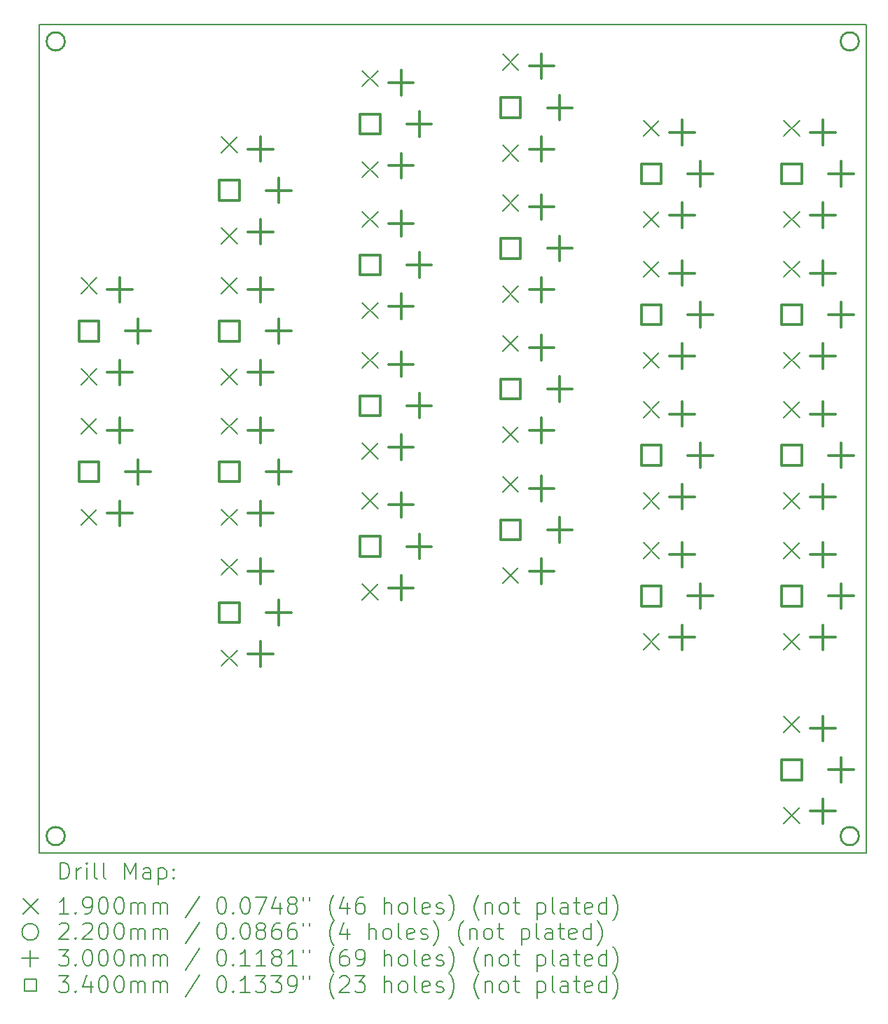
<source format=gbr>
%TF.GenerationSoftware,KiCad,Pcbnew,9.0.2*%
%TF.CreationDate,2025-05-25T15:49:36+02:00*%
%TF.ProjectId,kicad,6b696361-642e-46b6-9963-61645f706362,rev?*%
%TF.SameCoordinates,Original*%
%TF.FileFunction,Drillmap*%
%TF.FilePolarity,Positive*%
%FSLAX45Y45*%
G04 Gerber Fmt 4.5, Leading zero omitted, Abs format (unit mm)*
G04 Created by KiCad (PCBNEW 9.0.2) date 2025-05-25 15:49:36*
%MOMM*%
%LPD*%
G01*
G04 APERTURE LIST*
%ADD10C,0.150000*%
%ADD11C,0.200000*%
%ADD12C,0.190000*%
%ADD13C,0.220000*%
%ADD14C,0.300000*%
%ADD15C,0.340000*%
G04 APERTURE END LIST*
D10*
X11450000Y-1400000D02*
X11450000Y-11400000D01*
X11450000Y-11400000D02*
X1450000Y-11400000D01*
X1450000Y-11400000D02*
X1450000Y-1400000D01*
X1450000Y-1400000D02*
X11450000Y-1400000D01*
D11*
D12*
X1955000Y-4455000D02*
X2145000Y-4645000D01*
X2145000Y-4455000D02*
X1955000Y-4645000D01*
X1955000Y-5555000D02*
X2145000Y-5745000D01*
X2145000Y-5555000D02*
X1955000Y-5745000D01*
X1955000Y-6155000D02*
X2145000Y-6345000D01*
X2145000Y-6155000D02*
X1955000Y-6345000D01*
X1955000Y-7255000D02*
X2145000Y-7445000D01*
X2145000Y-7255000D02*
X1955000Y-7445000D01*
X3655000Y-2755000D02*
X3845000Y-2945000D01*
X3845000Y-2755000D02*
X3655000Y-2945000D01*
X3655000Y-3855000D02*
X3845000Y-4045000D01*
X3845000Y-3855000D02*
X3655000Y-4045000D01*
X3655000Y-4455000D02*
X3845000Y-4645000D01*
X3845000Y-4455000D02*
X3655000Y-4645000D01*
X3655000Y-5555000D02*
X3845000Y-5745000D01*
X3845000Y-5555000D02*
X3655000Y-5745000D01*
X3655000Y-6155000D02*
X3845000Y-6345000D01*
X3845000Y-6155000D02*
X3655000Y-6345000D01*
X3655000Y-7255000D02*
X3845000Y-7445000D01*
X3845000Y-7255000D02*
X3655000Y-7445000D01*
X3655000Y-7855000D02*
X3845000Y-8045000D01*
X3845000Y-7855000D02*
X3655000Y-8045000D01*
X3655000Y-8955000D02*
X3845000Y-9145000D01*
X3845000Y-8955000D02*
X3655000Y-9145000D01*
X5355000Y-1955000D02*
X5545000Y-2145000D01*
X5545000Y-1955000D02*
X5355000Y-2145000D01*
X5355000Y-3055000D02*
X5545000Y-3245000D01*
X5545000Y-3055000D02*
X5355000Y-3245000D01*
X5355000Y-3655000D02*
X5545000Y-3845000D01*
X5545000Y-3655000D02*
X5355000Y-3845000D01*
X5355000Y-4755000D02*
X5545000Y-4945000D01*
X5545000Y-4755000D02*
X5355000Y-4945000D01*
X5355000Y-5355000D02*
X5545000Y-5545000D01*
X5545000Y-5355000D02*
X5355000Y-5545000D01*
X5355000Y-6455000D02*
X5545000Y-6645000D01*
X5545000Y-6455000D02*
X5355000Y-6645000D01*
X5355000Y-7055000D02*
X5545000Y-7245000D01*
X5545000Y-7055000D02*
X5355000Y-7245000D01*
X5355000Y-8155000D02*
X5545000Y-8345000D01*
X5545000Y-8155000D02*
X5355000Y-8345000D01*
X7055000Y-1755000D02*
X7245000Y-1945000D01*
X7245000Y-1755000D02*
X7055000Y-1945000D01*
X7055000Y-2855000D02*
X7245000Y-3045000D01*
X7245000Y-2855000D02*
X7055000Y-3045000D01*
X7055000Y-3455000D02*
X7245000Y-3645000D01*
X7245000Y-3455000D02*
X7055000Y-3645000D01*
X7055000Y-4555000D02*
X7245000Y-4745000D01*
X7245000Y-4555000D02*
X7055000Y-4745000D01*
X7055000Y-5155000D02*
X7245000Y-5345000D01*
X7245000Y-5155000D02*
X7055000Y-5345000D01*
X7055000Y-6255000D02*
X7245000Y-6445000D01*
X7245000Y-6255000D02*
X7055000Y-6445000D01*
X7055000Y-6855000D02*
X7245000Y-7045000D01*
X7245000Y-6855000D02*
X7055000Y-7045000D01*
X7055000Y-7955000D02*
X7245000Y-8145000D01*
X7245000Y-7955000D02*
X7055000Y-8145000D01*
X8755000Y-2555000D02*
X8945000Y-2745000D01*
X8945000Y-2555000D02*
X8755000Y-2745000D01*
X8755000Y-3655000D02*
X8945000Y-3845000D01*
X8945000Y-3655000D02*
X8755000Y-3845000D01*
X8755000Y-4255000D02*
X8945000Y-4445000D01*
X8945000Y-4255000D02*
X8755000Y-4445000D01*
X8755000Y-5355000D02*
X8945000Y-5545000D01*
X8945000Y-5355000D02*
X8755000Y-5545000D01*
X8755000Y-5955000D02*
X8945000Y-6145000D01*
X8945000Y-5955000D02*
X8755000Y-6145000D01*
X8755000Y-7055000D02*
X8945000Y-7245000D01*
X8945000Y-7055000D02*
X8755000Y-7245000D01*
X8755000Y-7655000D02*
X8945000Y-7845000D01*
X8945000Y-7655000D02*
X8755000Y-7845000D01*
X8755000Y-8755000D02*
X8945000Y-8945000D01*
X8945000Y-8755000D02*
X8755000Y-8945000D01*
X10455000Y-2555000D02*
X10645000Y-2745000D01*
X10645000Y-2555000D02*
X10455000Y-2745000D01*
X10455000Y-3655000D02*
X10645000Y-3845000D01*
X10645000Y-3655000D02*
X10455000Y-3845000D01*
X10455000Y-4255000D02*
X10645000Y-4445000D01*
X10645000Y-4255000D02*
X10455000Y-4445000D01*
X10455000Y-5355000D02*
X10645000Y-5545000D01*
X10645000Y-5355000D02*
X10455000Y-5545000D01*
X10455000Y-5955000D02*
X10645000Y-6145000D01*
X10645000Y-5955000D02*
X10455000Y-6145000D01*
X10455000Y-7055000D02*
X10645000Y-7245000D01*
X10645000Y-7055000D02*
X10455000Y-7245000D01*
X10455000Y-7655000D02*
X10645000Y-7845000D01*
X10645000Y-7655000D02*
X10455000Y-7845000D01*
X10455000Y-8755000D02*
X10645000Y-8945000D01*
X10645000Y-8755000D02*
X10455000Y-8945000D01*
X10455000Y-9755000D02*
X10645000Y-9945000D01*
X10645000Y-9755000D02*
X10455000Y-9945000D01*
X10455000Y-10855000D02*
X10645000Y-11045000D01*
X10645000Y-10855000D02*
X10455000Y-11045000D01*
D13*
X1760000Y-1600000D02*
G75*
G02*
X1540000Y-1600000I-110000J0D01*
G01*
X1540000Y-1600000D02*
G75*
G02*
X1760000Y-1600000I110000J0D01*
G01*
X1760000Y-11200000D02*
G75*
G02*
X1540000Y-11200000I-110000J0D01*
G01*
X1540000Y-11200000D02*
G75*
G02*
X1760000Y-11200000I110000J0D01*
G01*
X11360000Y-1600000D02*
G75*
G02*
X11140000Y-1600000I-110000J0D01*
G01*
X11140000Y-1600000D02*
G75*
G02*
X11360000Y-1600000I110000J0D01*
G01*
X11360000Y-11200000D02*
G75*
G02*
X11140000Y-11200000I-110000J0D01*
G01*
X11140000Y-11200000D02*
G75*
G02*
X11360000Y-11200000I110000J0D01*
G01*
D14*
X2425000Y-4450000D02*
X2425000Y-4750000D01*
X2275000Y-4600000D02*
X2575000Y-4600000D01*
X2425000Y-5450000D02*
X2425000Y-5750000D01*
X2275000Y-5600000D02*
X2575000Y-5600000D01*
X2425000Y-6150000D02*
X2425000Y-6450000D01*
X2275000Y-6300000D02*
X2575000Y-6300000D01*
X2425000Y-7150000D02*
X2425000Y-7450000D01*
X2275000Y-7300000D02*
X2575000Y-7300000D01*
X2645000Y-4950000D02*
X2645000Y-5250000D01*
X2495000Y-5100000D02*
X2795000Y-5100000D01*
X2645000Y-6650000D02*
X2645000Y-6950000D01*
X2495000Y-6800000D02*
X2795000Y-6800000D01*
X4125000Y-2750000D02*
X4125000Y-3050000D01*
X3975000Y-2900000D02*
X4275000Y-2900000D01*
X4125000Y-3750000D02*
X4125000Y-4050000D01*
X3975000Y-3900000D02*
X4275000Y-3900000D01*
X4125000Y-4450000D02*
X4125000Y-4750000D01*
X3975000Y-4600000D02*
X4275000Y-4600000D01*
X4125000Y-5450000D02*
X4125000Y-5750000D01*
X3975000Y-5600000D02*
X4275000Y-5600000D01*
X4125000Y-6150000D02*
X4125000Y-6450000D01*
X3975000Y-6300000D02*
X4275000Y-6300000D01*
X4125000Y-7150000D02*
X4125000Y-7450000D01*
X3975000Y-7300000D02*
X4275000Y-7300000D01*
X4125000Y-7850000D02*
X4125000Y-8150000D01*
X3975000Y-8000000D02*
X4275000Y-8000000D01*
X4125000Y-8850000D02*
X4125000Y-9150000D01*
X3975000Y-9000000D02*
X4275000Y-9000000D01*
X4345000Y-3250000D02*
X4345000Y-3550000D01*
X4195000Y-3400000D02*
X4495000Y-3400000D01*
X4345000Y-4950000D02*
X4345000Y-5250000D01*
X4195000Y-5100000D02*
X4495000Y-5100000D01*
X4345000Y-6650000D02*
X4345000Y-6950000D01*
X4195000Y-6800000D02*
X4495000Y-6800000D01*
X4345000Y-8350000D02*
X4345000Y-8650000D01*
X4195000Y-8500000D02*
X4495000Y-8500000D01*
X5825000Y-1950000D02*
X5825000Y-2250000D01*
X5675000Y-2100000D02*
X5975000Y-2100000D01*
X5825000Y-2950000D02*
X5825000Y-3250000D01*
X5675000Y-3100000D02*
X5975000Y-3100000D01*
X5825000Y-3650000D02*
X5825000Y-3950000D01*
X5675000Y-3800000D02*
X5975000Y-3800000D01*
X5825000Y-4650000D02*
X5825000Y-4950000D01*
X5675000Y-4800000D02*
X5975000Y-4800000D01*
X5825000Y-5350000D02*
X5825000Y-5650000D01*
X5675000Y-5500000D02*
X5975000Y-5500000D01*
X5825000Y-6350000D02*
X5825000Y-6650000D01*
X5675000Y-6500000D02*
X5975000Y-6500000D01*
X5825000Y-7050000D02*
X5825000Y-7350000D01*
X5675000Y-7200000D02*
X5975000Y-7200000D01*
X5825000Y-8050000D02*
X5825000Y-8350000D01*
X5675000Y-8200000D02*
X5975000Y-8200000D01*
X6045000Y-2450000D02*
X6045000Y-2750000D01*
X5895000Y-2600000D02*
X6195000Y-2600000D01*
X6045000Y-4150000D02*
X6045000Y-4450000D01*
X5895000Y-4300000D02*
X6195000Y-4300000D01*
X6045000Y-5850000D02*
X6045000Y-6150000D01*
X5895000Y-6000000D02*
X6195000Y-6000000D01*
X6045000Y-7550000D02*
X6045000Y-7850000D01*
X5895000Y-7700000D02*
X6195000Y-7700000D01*
X7525000Y-1750000D02*
X7525000Y-2050000D01*
X7375000Y-1900000D02*
X7675000Y-1900000D01*
X7525000Y-2750000D02*
X7525000Y-3050000D01*
X7375000Y-2900000D02*
X7675000Y-2900000D01*
X7525000Y-3450000D02*
X7525000Y-3750000D01*
X7375000Y-3600000D02*
X7675000Y-3600000D01*
X7525000Y-4450000D02*
X7525000Y-4750000D01*
X7375000Y-4600000D02*
X7675000Y-4600000D01*
X7525000Y-5150000D02*
X7525000Y-5450000D01*
X7375000Y-5300000D02*
X7675000Y-5300000D01*
X7525000Y-6150000D02*
X7525000Y-6450000D01*
X7375000Y-6300000D02*
X7675000Y-6300000D01*
X7525000Y-6850000D02*
X7525000Y-7150000D01*
X7375000Y-7000000D02*
X7675000Y-7000000D01*
X7525000Y-7850000D02*
X7525000Y-8150000D01*
X7375000Y-8000000D02*
X7675000Y-8000000D01*
X7745000Y-2250000D02*
X7745000Y-2550000D01*
X7595000Y-2400000D02*
X7895000Y-2400000D01*
X7745000Y-3950000D02*
X7745000Y-4250000D01*
X7595000Y-4100000D02*
X7895000Y-4100000D01*
X7745000Y-5650000D02*
X7745000Y-5950000D01*
X7595000Y-5800000D02*
X7895000Y-5800000D01*
X7745000Y-7350000D02*
X7745000Y-7650000D01*
X7595000Y-7500000D02*
X7895000Y-7500000D01*
X9225000Y-2550000D02*
X9225000Y-2850000D01*
X9075000Y-2700000D02*
X9375000Y-2700000D01*
X9225000Y-3550000D02*
X9225000Y-3850000D01*
X9075000Y-3700000D02*
X9375000Y-3700000D01*
X9225000Y-4250000D02*
X9225000Y-4550000D01*
X9075000Y-4400000D02*
X9375000Y-4400000D01*
X9225000Y-5250000D02*
X9225000Y-5550000D01*
X9075000Y-5400000D02*
X9375000Y-5400000D01*
X9225000Y-5950000D02*
X9225000Y-6250000D01*
X9075000Y-6100000D02*
X9375000Y-6100000D01*
X9225000Y-6950000D02*
X9225000Y-7250000D01*
X9075000Y-7100000D02*
X9375000Y-7100000D01*
X9225000Y-7650000D02*
X9225000Y-7950000D01*
X9075000Y-7800000D02*
X9375000Y-7800000D01*
X9225000Y-8650000D02*
X9225000Y-8950000D01*
X9075000Y-8800000D02*
X9375000Y-8800000D01*
X9445000Y-3050000D02*
X9445000Y-3350000D01*
X9295000Y-3200000D02*
X9595000Y-3200000D01*
X9445000Y-4750000D02*
X9445000Y-5050000D01*
X9295000Y-4900000D02*
X9595000Y-4900000D01*
X9445000Y-6450000D02*
X9445000Y-6750000D01*
X9295000Y-6600000D02*
X9595000Y-6600000D01*
X9445000Y-8150000D02*
X9445000Y-8450000D01*
X9295000Y-8300000D02*
X9595000Y-8300000D01*
X10925000Y-2550000D02*
X10925000Y-2850000D01*
X10775000Y-2700000D02*
X11075000Y-2700000D01*
X10925000Y-3550000D02*
X10925000Y-3850000D01*
X10775000Y-3700000D02*
X11075000Y-3700000D01*
X10925000Y-4250000D02*
X10925000Y-4550000D01*
X10775000Y-4400000D02*
X11075000Y-4400000D01*
X10925000Y-5250000D02*
X10925000Y-5550000D01*
X10775000Y-5400000D02*
X11075000Y-5400000D01*
X10925000Y-5950000D02*
X10925000Y-6250000D01*
X10775000Y-6100000D02*
X11075000Y-6100000D01*
X10925000Y-6950000D02*
X10925000Y-7250000D01*
X10775000Y-7100000D02*
X11075000Y-7100000D01*
X10925000Y-7650000D02*
X10925000Y-7950000D01*
X10775000Y-7800000D02*
X11075000Y-7800000D01*
X10925000Y-8650000D02*
X10925000Y-8950000D01*
X10775000Y-8800000D02*
X11075000Y-8800000D01*
X10925000Y-9750000D02*
X10925000Y-10050000D01*
X10775000Y-9900000D02*
X11075000Y-9900000D01*
X10925000Y-10750000D02*
X10925000Y-11050000D01*
X10775000Y-10900000D02*
X11075000Y-10900000D01*
X11145000Y-3050000D02*
X11145000Y-3350000D01*
X10995000Y-3200000D02*
X11295000Y-3200000D01*
X11145000Y-4750000D02*
X11145000Y-5050000D01*
X10995000Y-4900000D02*
X11295000Y-4900000D01*
X11145000Y-6450000D02*
X11145000Y-6750000D01*
X10995000Y-6600000D02*
X11295000Y-6600000D01*
X11145000Y-8150000D02*
X11145000Y-8450000D01*
X10995000Y-8300000D02*
X11295000Y-8300000D01*
X11145000Y-10250000D02*
X11145000Y-10550000D01*
X10995000Y-10400000D02*
X11295000Y-10400000D01*
D15*
X2170209Y-5220209D02*
X2170209Y-4979791D01*
X1929791Y-4979791D01*
X1929791Y-5220209D01*
X2170209Y-5220209D01*
X2170209Y-6920209D02*
X2170209Y-6679791D01*
X1929791Y-6679791D01*
X1929791Y-6920209D01*
X2170209Y-6920209D01*
X3870209Y-3520209D02*
X3870209Y-3279791D01*
X3629791Y-3279791D01*
X3629791Y-3520209D01*
X3870209Y-3520209D01*
X3870209Y-5220209D02*
X3870209Y-4979791D01*
X3629791Y-4979791D01*
X3629791Y-5220209D01*
X3870209Y-5220209D01*
X3870209Y-6920209D02*
X3870209Y-6679791D01*
X3629791Y-6679791D01*
X3629791Y-6920209D01*
X3870209Y-6920209D01*
X3870209Y-8620209D02*
X3870209Y-8379791D01*
X3629791Y-8379791D01*
X3629791Y-8620209D01*
X3870209Y-8620209D01*
X5570209Y-2720209D02*
X5570209Y-2479791D01*
X5329791Y-2479791D01*
X5329791Y-2720209D01*
X5570209Y-2720209D01*
X5570209Y-4420209D02*
X5570209Y-4179791D01*
X5329791Y-4179791D01*
X5329791Y-4420209D01*
X5570209Y-4420209D01*
X5570209Y-6120209D02*
X5570209Y-5879791D01*
X5329791Y-5879791D01*
X5329791Y-6120209D01*
X5570209Y-6120209D01*
X5570209Y-7820209D02*
X5570209Y-7579791D01*
X5329791Y-7579791D01*
X5329791Y-7820209D01*
X5570209Y-7820209D01*
X7270209Y-2520209D02*
X7270209Y-2279791D01*
X7029791Y-2279791D01*
X7029791Y-2520209D01*
X7270209Y-2520209D01*
X7270209Y-4220209D02*
X7270209Y-3979791D01*
X7029791Y-3979791D01*
X7029791Y-4220209D01*
X7270209Y-4220209D01*
X7270209Y-5920209D02*
X7270209Y-5679791D01*
X7029791Y-5679791D01*
X7029791Y-5920209D01*
X7270209Y-5920209D01*
X7270209Y-7620209D02*
X7270209Y-7379791D01*
X7029791Y-7379791D01*
X7029791Y-7620209D01*
X7270209Y-7620209D01*
X8970209Y-3320209D02*
X8970209Y-3079791D01*
X8729791Y-3079791D01*
X8729791Y-3320209D01*
X8970209Y-3320209D01*
X8970209Y-5020209D02*
X8970209Y-4779791D01*
X8729791Y-4779791D01*
X8729791Y-5020209D01*
X8970209Y-5020209D01*
X8970209Y-6720209D02*
X8970209Y-6479791D01*
X8729791Y-6479791D01*
X8729791Y-6720209D01*
X8970209Y-6720209D01*
X8970209Y-8420209D02*
X8970209Y-8179791D01*
X8729791Y-8179791D01*
X8729791Y-8420209D01*
X8970209Y-8420209D01*
X10670209Y-3320209D02*
X10670209Y-3079791D01*
X10429791Y-3079791D01*
X10429791Y-3320209D01*
X10670209Y-3320209D01*
X10670209Y-5020209D02*
X10670209Y-4779791D01*
X10429791Y-4779791D01*
X10429791Y-5020209D01*
X10670209Y-5020209D01*
X10670209Y-6720209D02*
X10670209Y-6479791D01*
X10429791Y-6479791D01*
X10429791Y-6720209D01*
X10670209Y-6720209D01*
X10670209Y-8420209D02*
X10670209Y-8179791D01*
X10429791Y-8179791D01*
X10429791Y-8420209D01*
X10670209Y-8420209D01*
X10670209Y-10520209D02*
X10670209Y-10279791D01*
X10429791Y-10279791D01*
X10429791Y-10520209D01*
X10670209Y-10520209D01*
D11*
X1703277Y-11718984D02*
X1703277Y-11518984D01*
X1703277Y-11518984D02*
X1750896Y-11518984D01*
X1750896Y-11518984D02*
X1779467Y-11528508D01*
X1779467Y-11528508D02*
X1798515Y-11547555D01*
X1798515Y-11547555D02*
X1808039Y-11566603D01*
X1808039Y-11566603D02*
X1817562Y-11604698D01*
X1817562Y-11604698D02*
X1817562Y-11633269D01*
X1817562Y-11633269D02*
X1808039Y-11671365D01*
X1808039Y-11671365D02*
X1798515Y-11690412D01*
X1798515Y-11690412D02*
X1779467Y-11709460D01*
X1779467Y-11709460D02*
X1750896Y-11718984D01*
X1750896Y-11718984D02*
X1703277Y-11718984D01*
X1903277Y-11718984D02*
X1903277Y-11585650D01*
X1903277Y-11623746D02*
X1912801Y-11604698D01*
X1912801Y-11604698D02*
X1922324Y-11595174D01*
X1922324Y-11595174D02*
X1941372Y-11585650D01*
X1941372Y-11585650D02*
X1960420Y-11585650D01*
X2027086Y-11718984D02*
X2027086Y-11585650D01*
X2027086Y-11518984D02*
X2017562Y-11528508D01*
X2017562Y-11528508D02*
X2027086Y-11538031D01*
X2027086Y-11538031D02*
X2036610Y-11528508D01*
X2036610Y-11528508D02*
X2027086Y-11518984D01*
X2027086Y-11518984D02*
X2027086Y-11538031D01*
X2150896Y-11718984D02*
X2131848Y-11709460D01*
X2131848Y-11709460D02*
X2122324Y-11690412D01*
X2122324Y-11690412D02*
X2122324Y-11518984D01*
X2255658Y-11718984D02*
X2236610Y-11709460D01*
X2236610Y-11709460D02*
X2227086Y-11690412D01*
X2227086Y-11690412D02*
X2227086Y-11518984D01*
X2484229Y-11718984D02*
X2484229Y-11518984D01*
X2484229Y-11518984D02*
X2550896Y-11661841D01*
X2550896Y-11661841D02*
X2617563Y-11518984D01*
X2617563Y-11518984D02*
X2617563Y-11718984D01*
X2798515Y-11718984D02*
X2798515Y-11614222D01*
X2798515Y-11614222D02*
X2788991Y-11595174D01*
X2788991Y-11595174D02*
X2769944Y-11585650D01*
X2769944Y-11585650D02*
X2731848Y-11585650D01*
X2731848Y-11585650D02*
X2712801Y-11595174D01*
X2798515Y-11709460D02*
X2779467Y-11718984D01*
X2779467Y-11718984D02*
X2731848Y-11718984D01*
X2731848Y-11718984D02*
X2712801Y-11709460D01*
X2712801Y-11709460D02*
X2703277Y-11690412D01*
X2703277Y-11690412D02*
X2703277Y-11671365D01*
X2703277Y-11671365D02*
X2712801Y-11652317D01*
X2712801Y-11652317D02*
X2731848Y-11642793D01*
X2731848Y-11642793D02*
X2779467Y-11642793D01*
X2779467Y-11642793D02*
X2798515Y-11633269D01*
X2893753Y-11585650D02*
X2893753Y-11785650D01*
X2893753Y-11595174D02*
X2912801Y-11585650D01*
X2912801Y-11585650D02*
X2950896Y-11585650D01*
X2950896Y-11585650D02*
X2969943Y-11595174D01*
X2969943Y-11595174D02*
X2979467Y-11604698D01*
X2979467Y-11604698D02*
X2988991Y-11623746D01*
X2988991Y-11623746D02*
X2988991Y-11680888D01*
X2988991Y-11680888D02*
X2979467Y-11699936D01*
X2979467Y-11699936D02*
X2969943Y-11709460D01*
X2969943Y-11709460D02*
X2950896Y-11718984D01*
X2950896Y-11718984D02*
X2912801Y-11718984D01*
X2912801Y-11718984D02*
X2893753Y-11709460D01*
X3074705Y-11699936D02*
X3084229Y-11709460D01*
X3084229Y-11709460D02*
X3074705Y-11718984D01*
X3074705Y-11718984D02*
X3065182Y-11709460D01*
X3065182Y-11709460D02*
X3074705Y-11699936D01*
X3074705Y-11699936D02*
X3074705Y-11718984D01*
X3074705Y-11595174D02*
X3084229Y-11604698D01*
X3084229Y-11604698D02*
X3074705Y-11614222D01*
X3074705Y-11614222D02*
X3065182Y-11604698D01*
X3065182Y-11604698D02*
X3074705Y-11595174D01*
X3074705Y-11595174D02*
X3074705Y-11614222D01*
D12*
X1252500Y-11952500D02*
X1442500Y-12142500D01*
X1442500Y-11952500D02*
X1252500Y-12142500D01*
D11*
X1808039Y-12138984D02*
X1693753Y-12138984D01*
X1750896Y-12138984D02*
X1750896Y-11938984D01*
X1750896Y-11938984D02*
X1731848Y-11967555D01*
X1731848Y-11967555D02*
X1712801Y-11986603D01*
X1712801Y-11986603D02*
X1693753Y-11996127D01*
X1893753Y-12119936D02*
X1903277Y-12129460D01*
X1903277Y-12129460D02*
X1893753Y-12138984D01*
X1893753Y-12138984D02*
X1884229Y-12129460D01*
X1884229Y-12129460D02*
X1893753Y-12119936D01*
X1893753Y-12119936D02*
X1893753Y-12138984D01*
X1998515Y-12138984D02*
X2036610Y-12138984D01*
X2036610Y-12138984D02*
X2055658Y-12129460D01*
X2055658Y-12129460D02*
X2065182Y-12119936D01*
X2065182Y-12119936D02*
X2084229Y-12091365D01*
X2084229Y-12091365D02*
X2093753Y-12053269D01*
X2093753Y-12053269D02*
X2093753Y-11977079D01*
X2093753Y-11977079D02*
X2084229Y-11958031D01*
X2084229Y-11958031D02*
X2074705Y-11948508D01*
X2074705Y-11948508D02*
X2055658Y-11938984D01*
X2055658Y-11938984D02*
X2017562Y-11938984D01*
X2017562Y-11938984D02*
X1998515Y-11948508D01*
X1998515Y-11948508D02*
X1988991Y-11958031D01*
X1988991Y-11958031D02*
X1979467Y-11977079D01*
X1979467Y-11977079D02*
X1979467Y-12024698D01*
X1979467Y-12024698D02*
X1988991Y-12043746D01*
X1988991Y-12043746D02*
X1998515Y-12053269D01*
X1998515Y-12053269D02*
X2017562Y-12062793D01*
X2017562Y-12062793D02*
X2055658Y-12062793D01*
X2055658Y-12062793D02*
X2074705Y-12053269D01*
X2074705Y-12053269D02*
X2084229Y-12043746D01*
X2084229Y-12043746D02*
X2093753Y-12024698D01*
X2217563Y-11938984D02*
X2236610Y-11938984D01*
X2236610Y-11938984D02*
X2255658Y-11948508D01*
X2255658Y-11948508D02*
X2265182Y-11958031D01*
X2265182Y-11958031D02*
X2274705Y-11977079D01*
X2274705Y-11977079D02*
X2284229Y-12015174D01*
X2284229Y-12015174D02*
X2284229Y-12062793D01*
X2284229Y-12062793D02*
X2274705Y-12100888D01*
X2274705Y-12100888D02*
X2265182Y-12119936D01*
X2265182Y-12119936D02*
X2255658Y-12129460D01*
X2255658Y-12129460D02*
X2236610Y-12138984D01*
X2236610Y-12138984D02*
X2217563Y-12138984D01*
X2217563Y-12138984D02*
X2198515Y-12129460D01*
X2198515Y-12129460D02*
X2188991Y-12119936D01*
X2188991Y-12119936D02*
X2179467Y-12100888D01*
X2179467Y-12100888D02*
X2169944Y-12062793D01*
X2169944Y-12062793D02*
X2169944Y-12015174D01*
X2169944Y-12015174D02*
X2179467Y-11977079D01*
X2179467Y-11977079D02*
X2188991Y-11958031D01*
X2188991Y-11958031D02*
X2198515Y-11948508D01*
X2198515Y-11948508D02*
X2217563Y-11938984D01*
X2408039Y-11938984D02*
X2427086Y-11938984D01*
X2427086Y-11938984D02*
X2446134Y-11948508D01*
X2446134Y-11948508D02*
X2455658Y-11958031D01*
X2455658Y-11958031D02*
X2465182Y-11977079D01*
X2465182Y-11977079D02*
X2474705Y-12015174D01*
X2474705Y-12015174D02*
X2474705Y-12062793D01*
X2474705Y-12062793D02*
X2465182Y-12100888D01*
X2465182Y-12100888D02*
X2455658Y-12119936D01*
X2455658Y-12119936D02*
X2446134Y-12129460D01*
X2446134Y-12129460D02*
X2427086Y-12138984D01*
X2427086Y-12138984D02*
X2408039Y-12138984D01*
X2408039Y-12138984D02*
X2388991Y-12129460D01*
X2388991Y-12129460D02*
X2379467Y-12119936D01*
X2379467Y-12119936D02*
X2369944Y-12100888D01*
X2369944Y-12100888D02*
X2360420Y-12062793D01*
X2360420Y-12062793D02*
X2360420Y-12015174D01*
X2360420Y-12015174D02*
X2369944Y-11977079D01*
X2369944Y-11977079D02*
X2379467Y-11958031D01*
X2379467Y-11958031D02*
X2388991Y-11948508D01*
X2388991Y-11948508D02*
X2408039Y-11938984D01*
X2560420Y-12138984D02*
X2560420Y-12005650D01*
X2560420Y-12024698D02*
X2569944Y-12015174D01*
X2569944Y-12015174D02*
X2588991Y-12005650D01*
X2588991Y-12005650D02*
X2617563Y-12005650D01*
X2617563Y-12005650D02*
X2636610Y-12015174D01*
X2636610Y-12015174D02*
X2646134Y-12034222D01*
X2646134Y-12034222D02*
X2646134Y-12138984D01*
X2646134Y-12034222D02*
X2655658Y-12015174D01*
X2655658Y-12015174D02*
X2674705Y-12005650D01*
X2674705Y-12005650D02*
X2703277Y-12005650D01*
X2703277Y-12005650D02*
X2722325Y-12015174D01*
X2722325Y-12015174D02*
X2731848Y-12034222D01*
X2731848Y-12034222D02*
X2731848Y-12138984D01*
X2827086Y-12138984D02*
X2827086Y-12005650D01*
X2827086Y-12024698D02*
X2836610Y-12015174D01*
X2836610Y-12015174D02*
X2855658Y-12005650D01*
X2855658Y-12005650D02*
X2884229Y-12005650D01*
X2884229Y-12005650D02*
X2903277Y-12015174D01*
X2903277Y-12015174D02*
X2912801Y-12034222D01*
X2912801Y-12034222D02*
X2912801Y-12138984D01*
X2912801Y-12034222D02*
X2922324Y-12015174D01*
X2922324Y-12015174D02*
X2941372Y-12005650D01*
X2941372Y-12005650D02*
X2969943Y-12005650D01*
X2969943Y-12005650D02*
X2988991Y-12015174D01*
X2988991Y-12015174D02*
X2998515Y-12034222D01*
X2998515Y-12034222D02*
X2998515Y-12138984D01*
X3388991Y-11929460D02*
X3217563Y-12186603D01*
X3646134Y-11938984D02*
X3665182Y-11938984D01*
X3665182Y-11938984D02*
X3684229Y-11948508D01*
X3684229Y-11948508D02*
X3693753Y-11958031D01*
X3693753Y-11958031D02*
X3703277Y-11977079D01*
X3703277Y-11977079D02*
X3712801Y-12015174D01*
X3712801Y-12015174D02*
X3712801Y-12062793D01*
X3712801Y-12062793D02*
X3703277Y-12100888D01*
X3703277Y-12100888D02*
X3693753Y-12119936D01*
X3693753Y-12119936D02*
X3684229Y-12129460D01*
X3684229Y-12129460D02*
X3665182Y-12138984D01*
X3665182Y-12138984D02*
X3646134Y-12138984D01*
X3646134Y-12138984D02*
X3627086Y-12129460D01*
X3627086Y-12129460D02*
X3617563Y-12119936D01*
X3617563Y-12119936D02*
X3608039Y-12100888D01*
X3608039Y-12100888D02*
X3598515Y-12062793D01*
X3598515Y-12062793D02*
X3598515Y-12015174D01*
X3598515Y-12015174D02*
X3608039Y-11977079D01*
X3608039Y-11977079D02*
X3617563Y-11958031D01*
X3617563Y-11958031D02*
X3627086Y-11948508D01*
X3627086Y-11948508D02*
X3646134Y-11938984D01*
X3798515Y-12119936D02*
X3808039Y-12129460D01*
X3808039Y-12129460D02*
X3798515Y-12138984D01*
X3798515Y-12138984D02*
X3788991Y-12129460D01*
X3788991Y-12129460D02*
X3798515Y-12119936D01*
X3798515Y-12119936D02*
X3798515Y-12138984D01*
X3931848Y-11938984D02*
X3950896Y-11938984D01*
X3950896Y-11938984D02*
X3969944Y-11948508D01*
X3969944Y-11948508D02*
X3979467Y-11958031D01*
X3979467Y-11958031D02*
X3988991Y-11977079D01*
X3988991Y-11977079D02*
X3998515Y-12015174D01*
X3998515Y-12015174D02*
X3998515Y-12062793D01*
X3998515Y-12062793D02*
X3988991Y-12100888D01*
X3988991Y-12100888D02*
X3979467Y-12119936D01*
X3979467Y-12119936D02*
X3969944Y-12129460D01*
X3969944Y-12129460D02*
X3950896Y-12138984D01*
X3950896Y-12138984D02*
X3931848Y-12138984D01*
X3931848Y-12138984D02*
X3912801Y-12129460D01*
X3912801Y-12129460D02*
X3903277Y-12119936D01*
X3903277Y-12119936D02*
X3893753Y-12100888D01*
X3893753Y-12100888D02*
X3884229Y-12062793D01*
X3884229Y-12062793D02*
X3884229Y-12015174D01*
X3884229Y-12015174D02*
X3893753Y-11977079D01*
X3893753Y-11977079D02*
X3903277Y-11958031D01*
X3903277Y-11958031D02*
X3912801Y-11948508D01*
X3912801Y-11948508D02*
X3931848Y-11938984D01*
X4065182Y-11938984D02*
X4198515Y-11938984D01*
X4198515Y-11938984D02*
X4112801Y-12138984D01*
X4360420Y-12005650D02*
X4360420Y-12138984D01*
X4312801Y-11929460D02*
X4265182Y-12072317D01*
X4265182Y-12072317D02*
X4388991Y-12072317D01*
X4493753Y-12024698D02*
X4474706Y-12015174D01*
X4474706Y-12015174D02*
X4465182Y-12005650D01*
X4465182Y-12005650D02*
X4455658Y-11986603D01*
X4455658Y-11986603D02*
X4455658Y-11977079D01*
X4455658Y-11977079D02*
X4465182Y-11958031D01*
X4465182Y-11958031D02*
X4474706Y-11948508D01*
X4474706Y-11948508D02*
X4493753Y-11938984D01*
X4493753Y-11938984D02*
X4531849Y-11938984D01*
X4531849Y-11938984D02*
X4550896Y-11948508D01*
X4550896Y-11948508D02*
X4560420Y-11958031D01*
X4560420Y-11958031D02*
X4569944Y-11977079D01*
X4569944Y-11977079D02*
X4569944Y-11986603D01*
X4569944Y-11986603D02*
X4560420Y-12005650D01*
X4560420Y-12005650D02*
X4550896Y-12015174D01*
X4550896Y-12015174D02*
X4531849Y-12024698D01*
X4531849Y-12024698D02*
X4493753Y-12024698D01*
X4493753Y-12024698D02*
X4474706Y-12034222D01*
X4474706Y-12034222D02*
X4465182Y-12043746D01*
X4465182Y-12043746D02*
X4455658Y-12062793D01*
X4455658Y-12062793D02*
X4455658Y-12100888D01*
X4455658Y-12100888D02*
X4465182Y-12119936D01*
X4465182Y-12119936D02*
X4474706Y-12129460D01*
X4474706Y-12129460D02*
X4493753Y-12138984D01*
X4493753Y-12138984D02*
X4531849Y-12138984D01*
X4531849Y-12138984D02*
X4550896Y-12129460D01*
X4550896Y-12129460D02*
X4560420Y-12119936D01*
X4560420Y-12119936D02*
X4569944Y-12100888D01*
X4569944Y-12100888D02*
X4569944Y-12062793D01*
X4569944Y-12062793D02*
X4560420Y-12043746D01*
X4560420Y-12043746D02*
X4550896Y-12034222D01*
X4550896Y-12034222D02*
X4531849Y-12024698D01*
X4646134Y-11938984D02*
X4646134Y-11977079D01*
X4722325Y-11938984D02*
X4722325Y-11977079D01*
X5017563Y-12215174D02*
X5008039Y-12205650D01*
X5008039Y-12205650D02*
X4988991Y-12177079D01*
X4988991Y-12177079D02*
X4979468Y-12158031D01*
X4979468Y-12158031D02*
X4969944Y-12129460D01*
X4969944Y-12129460D02*
X4960420Y-12081841D01*
X4960420Y-12081841D02*
X4960420Y-12043746D01*
X4960420Y-12043746D02*
X4969944Y-11996127D01*
X4969944Y-11996127D02*
X4979468Y-11967555D01*
X4979468Y-11967555D02*
X4988991Y-11948508D01*
X4988991Y-11948508D02*
X5008039Y-11919936D01*
X5008039Y-11919936D02*
X5017563Y-11910412D01*
X5179468Y-12005650D02*
X5179468Y-12138984D01*
X5131849Y-11929460D02*
X5084230Y-12072317D01*
X5084230Y-12072317D02*
X5208039Y-12072317D01*
X5369944Y-11938984D02*
X5331849Y-11938984D01*
X5331849Y-11938984D02*
X5312801Y-11948508D01*
X5312801Y-11948508D02*
X5303277Y-11958031D01*
X5303277Y-11958031D02*
X5284230Y-11986603D01*
X5284230Y-11986603D02*
X5274706Y-12024698D01*
X5274706Y-12024698D02*
X5274706Y-12100888D01*
X5274706Y-12100888D02*
X5284230Y-12119936D01*
X5284230Y-12119936D02*
X5293753Y-12129460D01*
X5293753Y-12129460D02*
X5312801Y-12138984D01*
X5312801Y-12138984D02*
X5350896Y-12138984D01*
X5350896Y-12138984D02*
X5369944Y-12129460D01*
X5369944Y-12129460D02*
X5379468Y-12119936D01*
X5379468Y-12119936D02*
X5388991Y-12100888D01*
X5388991Y-12100888D02*
X5388991Y-12053269D01*
X5388991Y-12053269D02*
X5379468Y-12034222D01*
X5379468Y-12034222D02*
X5369944Y-12024698D01*
X5369944Y-12024698D02*
X5350896Y-12015174D01*
X5350896Y-12015174D02*
X5312801Y-12015174D01*
X5312801Y-12015174D02*
X5293753Y-12024698D01*
X5293753Y-12024698D02*
X5284230Y-12034222D01*
X5284230Y-12034222D02*
X5274706Y-12053269D01*
X5627087Y-12138984D02*
X5627087Y-11938984D01*
X5712801Y-12138984D02*
X5712801Y-12034222D01*
X5712801Y-12034222D02*
X5703277Y-12015174D01*
X5703277Y-12015174D02*
X5684230Y-12005650D01*
X5684230Y-12005650D02*
X5655658Y-12005650D01*
X5655658Y-12005650D02*
X5636610Y-12015174D01*
X5636610Y-12015174D02*
X5627087Y-12024698D01*
X5836610Y-12138984D02*
X5817563Y-12129460D01*
X5817563Y-12129460D02*
X5808039Y-12119936D01*
X5808039Y-12119936D02*
X5798515Y-12100888D01*
X5798515Y-12100888D02*
X5798515Y-12043746D01*
X5798515Y-12043746D02*
X5808039Y-12024698D01*
X5808039Y-12024698D02*
X5817563Y-12015174D01*
X5817563Y-12015174D02*
X5836610Y-12005650D01*
X5836610Y-12005650D02*
X5865182Y-12005650D01*
X5865182Y-12005650D02*
X5884230Y-12015174D01*
X5884230Y-12015174D02*
X5893753Y-12024698D01*
X5893753Y-12024698D02*
X5903277Y-12043746D01*
X5903277Y-12043746D02*
X5903277Y-12100888D01*
X5903277Y-12100888D02*
X5893753Y-12119936D01*
X5893753Y-12119936D02*
X5884230Y-12129460D01*
X5884230Y-12129460D02*
X5865182Y-12138984D01*
X5865182Y-12138984D02*
X5836610Y-12138984D01*
X6017563Y-12138984D02*
X5998515Y-12129460D01*
X5998515Y-12129460D02*
X5988991Y-12110412D01*
X5988991Y-12110412D02*
X5988991Y-11938984D01*
X6169944Y-12129460D02*
X6150896Y-12138984D01*
X6150896Y-12138984D02*
X6112801Y-12138984D01*
X6112801Y-12138984D02*
X6093753Y-12129460D01*
X6093753Y-12129460D02*
X6084230Y-12110412D01*
X6084230Y-12110412D02*
X6084230Y-12034222D01*
X6084230Y-12034222D02*
X6093753Y-12015174D01*
X6093753Y-12015174D02*
X6112801Y-12005650D01*
X6112801Y-12005650D02*
X6150896Y-12005650D01*
X6150896Y-12005650D02*
X6169944Y-12015174D01*
X6169944Y-12015174D02*
X6179468Y-12034222D01*
X6179468Y-12034222D02*
X6179468Y-12053269D01*
X6179468Y-12053269D02*
X6084230Y-12072317D01*
X6255658Y-12129460D02*
X6274706Y-12138984D01*
X6274706Y-12138984D02*
X6312801Y-12138984D01*
X6312801Y-12138984D02*
X6331849Y-12129460D01*
X6331849Y-12129460D02*
X6341372Y-12110412D01*
X6341372Y-12110412D02*
X6341372Y-12100888D01*
X6341372Y-12100888D02*
X6331849Y-12081841D01*
X6331849Y-12081841D02*
X6312801Y-12072317D01*
X6312801Y-12072317D02*
X6284230Y-12072317D01*
X6284230Y-12072317D02*
X6265182Y-12062793D01*
X6265182Y-12062793D02*
X6255658Y-12043746D01*
X6255658Y-12043746D02*
X6255658Y-12034222D01*
X6255658Y-12034222D02*
X6265182Y-12015174D01*
X6265182Y-12015174D02*
X6284230Y-12005650D01*
X6284230Y-12005650D02*
X6312801Y-12005650D01*
X6312801Y-12005650D02*
X6331849Y-12015174D01*
X6408039Y-12215174D02*
X6417563Y-12205650D01*
X6417563Y-12205650D02*
X6436611Y-12177079D01*
X6436611Y-12177079D02*
X6446134Y-12158031D01*
X6446134Y-12158031D02*
X6455658Y-12129460D01*
X6455658Y-12129460D02*
X6465182Y-12081841D01*
X6465182Y-12081841D02*
X6465182Y-12043746D01*
X6465182Y-12043746D02*
X6455658Y-11996127D01*
X6455658Y-11996127D02*
X6446134Y-11967555D01*
X6446134Y-11967555D02*
X6436611Y-11948508D01*
X6436611Y-11948508D02*
X6417563Y-11919936D01*
X6417563Y-11919936D02*
X6408039Y-11910412D01*
X6769944Y-12215174D02*
X6760420Y-12205650D01*
X6760420Y-12205650D02*
X6741372Y-12177079D01*
X6741372Y-12177079D02*
X6731849Y-12158031D01*
X6731849Y-12158031D02*
X6722325Y-12129460D01*
X6722325Y-12129460D02*
X6712801Y-12081841D01*
X6712801Y-12081841D02*
X6712801Y-12043746D01*
X6712801Y-12043746D02*
X6722325Y-11996127D01*
X6722325Y-11996127D02*
X6731849Y-11967555D01*
X6731849Y-11967555D02*
X6741372Y-11948508D01*
X6741372Y-11948508D02*
X6760420Y-11919936D01*
X6760420Y-11919936D02*
X6769944Y-11910412D01*
X6846134Y-12005650D02*
X6846134Y-12138984D01*
X6846134Y-12024698D02*
X6855658Y-12015174D01*
X6855658Y-12015174D02*
X6874706Y-12005650D01*
X6874706Y-12005650D02*
X6903277Y-12005650D01*
X6903277Y-12005650D02*
X6922325Y-12015174D01*
X6922325Y-12015174D02*
X6931849Y-12034222D01*
X6931849Y-12034222D02*
X6931849Y-12138984D01*
X7055658Y-12138984D02*
X7036611Y-12129460D01*
X7036611Y-12129460D02*
X7027087Y-12119936D01*
X7027087Y-12119936D02*
X7017563Y-12100888D01*
X7017563Y-12100888D02*
X7017563Y-12043746D01*
X7017563Y-12043746D02*
X7027087Y-12024698D01*
X7027087Y-12024698D02*
X7036611Y-12015174D01*
X7036611Y-12015174D02*
X7055658Y-12005650D01*
X7055658Y-12005650D02*
X7084230Y-12005650D01*
X7084230Y-12005650D02*
X7103277Y-12015174D01*
X7103277Y-12015174D02*
X7112801Y-12024698D01*
X7112801Y-12024698D02*
X7122325Y-12043746D01*
X7122325Y-12043746D02*
X7122325Y-12100888D01*
X7122325Y-12100888D02*
X7112801Y-12119936D01*
X7112801Y-12119936D02*
X7103277Y-12129460D01*
X7103277Y-12129460D02*
X7084230Y-12138984D01*
X7084230Y-12138984D02*
X7055658Y-12138984D01*
X7179468Y-12005650D02*
X7255658Y-12005650D01*
X7208039Y-11938984D02*
X7208039Y-12110412D01*
X7208039Y-12110412D02*
X7217563Y-12129460D01*
X7217563Y-12129460D02*
X7236611Y-12138984D01*
X7236611Y-12138984D02*
X7255658Y-12138984D01*
X7474706Y-12005650D02*
X7474706Y-12205650D01*
X7474706Y-12015174D02*
X7493753Y-12005650D01*
X7493753Y-12005650D02*
X7531849Y-12005650D01*
X7531849Y-12005650D02*
X7550896Y-12015174D01*
X7550896Y-12015174D02*
X7560420Y-12024698D01*
X7560420Y-12024698D02*
X7569944Y-12043746D01*
X7569944Y-12043746D02*
X7569944Y-12100888D01*
X7569944Y-12100888D02*
X7560420Y-12119936D01*
X7560420Y-12119936D02*
X7550896Y-12129460D01*
X7550896Y-12129460D02*
X7531849Y-12138984D01*
X7531849Y-12138984D02*
X7493753Y-12138984D01*
X7493753Y-12138984D02*
X7474706Y-12129460D01*
X7684230Y-12138984D02*
X7665182Y-12129460D01*
X7665182Y-12129460D02*
X7655658Y-12110412D01*
X7655658Y-12110412D02*
X7655658Y-11938984D01*
X7846134Y-12138984D02*
X7846134Y-12034222D01*
X7846134Y-12034222D02*
X7836611Y-12015174D01*
X7836611Y-12015174D02*
X7817563Y-12005650D01*
X7817563Y-12005650D02*
X7779468Y-12005650D01*
X7779468Y-12005650D02*
X7760420Y-12015174D01*
X7846134Y-12129460D02*
X7827087Y-12138984D01*
X7827087Y-12138984D02*
X7779468Y-12138984D01*
X7779468Y-12138984D02*
X7760420Y-12129460D01*
X7760420Y-12129460D02*
X7750896Y-12110412D01*
X7750896Y-12110412D02*
X7750896Y-12091365D01*
X7750896Y-12091365D02*
X7760420Y-12072317D01*
X7760420Y-12072317D02*
X7779468Y-12062793D01*
X7779468Y-12062793D02*
X7827087Y-12062793D01*
X7827087Y-12062793D02*
X7846134Y-12053269D01*
X7912801Y-12005650D02*
X7988992Y-12005650D01*
X7941373Y-11938984D02*
X7941373Y-12110412D01*
X7941373Y-12110412D02*
X7950896Y-12129460D01*
X7950896Y-12129460D02*
X7969944Y-12138984D01*
X7969944Y-12138984D02*
X7988992Y-12138984D01*
X8131849Y-12129460D02*
X8112801Y-12138984D01*
X8112801Y-12138984D02*
X8074706Y-12138984D01*
X8074706Y-12138984D02*
X8055658Y-12129460D01*
X8055658Y-12129460D02*
X8046134Y-12110412D01*
X8046134Y-12110412D02*
X8046134Y-12034222D01*
X8046134Y-12034222D02*
X8055658Y-12015174D01*
X8055658Y-12015174D02*
X8074706Y-12005650D01*
X8074706Y-12005650D02*
X8112801Y-12005650D01*
X8112801Y-12005650D02*
X8131849Y-12015174D01*
X8131849Y-12015174D02*
X8141373Y-12034222D01*
X8141373Y-12034222D02*
X8141373Y-12053269D01*
X8141373Y-12053269D02*
X8046134Y-12072317D01*
X8312801Y-12138984D02*
X8312801Y-11938984D01*
X8312801Y-12129460D02*
X8293754Y-12138984D01*
X8293754Y-12138984D02*
X8255658Y-12138984D01*
X8255658Y-12138984D02*
X8236611Y-12129460D01*
X8236611Y-12129460D02*
X8227087Y-12119936D01*
X8227087Y-12119936D02*
X8217563Y-12100888D01*
X8217563Y-12100888D02*
X8217563Y-12043746D01*
X8217563Y-12043746D02*
X8227087Y-12024698D01*
X8227087Y-12024698D02*
X8236611Y-12015174D01*
X8236611Y-12015174D02*
X8255658Y-12005650D01*
X8255658Y-12005650D02*
X8293754Y-12005650D01*
X8293754Y-12005650D02*
X8312801Y-12015174D01*
X8388992Y-12215174D02*
X8398516Y-12205650D01*
X8398516Y-12205650D02*
X8417563Y-12177079D01*
X8417563Y-12177079D02*
X8427087Y-12158031D01*
X8427087Y-12158031D02*
X8436611Y-12129460D01*
X8436611Y-12129460D02*
X8446135Y-12081841D01*
X8446135Y-12081841D02*
X8446135Y-12043746D01*
X8446135Y-12043746D02*
X8436611Y-11996127D01*
X8436611Y-11996127D02*
X8427087Y-11967555D01*
X8427087Y-11967555D02*
X8417563Y-11948508D01*
X8417563Y-11948508D02*
X8398516Y-11919936D01*
X8398516Y-11919936D02*
X8388992Y-11910412D01*
X1442500Y-12357500D02*
G75*
G02*
X1242500Y-12357500I-100000J0D01*
G01*
X1242500Y-12357500D02*
G75*
G02*
X1442500Y-12357500I100000J0D01*
G01*
X1693753Y-12268031D02*
X1703277Y-12258508D01*
X1703277Y-12258508D02*
X1722324Y-12248984D01*
X1722324Y-12248984D02*
X1769943Y-12248984D01*
X1769943Y-12248984D02*
X1788991Y-12258508D01*
X1788991Y-12258508D02*
X1798515Y-12268031D01*
X1798515Y-12268031D02*
X1808039Y-12287079D01*
X1808039Y-12287079D02*
X1808039Y-12306127D01*
X1808039Y-12306127D02*
X1798515Y-12334698D01*
X1798515Y-12334698D02*
X1684229Y-12448984D01*
X1684229Y-12448984D02*
X1808039Y-12448984D01*
X1893753Y-12429936D02*
X1903277Y-12439460D01*
X1903277Y-12439460D02*
X1893753Y-12448984D01*
X1893753Y-12448984D02*
X1884229Y-12439460D01*
X1884229Y-12439460D02*
X1893753Y-12429936D01*
X1893753Y-12429936D02*
X1893753Y-12448984D01*
X1979467Y-12268031D02*
X1988991Y-12258508D01*
X1988991Y-12258508D02*
X2008039Y-12248984D01*
X2008039Y-12248984D02*
X2055658Y-12248984D01*
X2055658Y-12248984D02*
X2074705Y-12258508D01*
X2074705Y-12258508D02*
X2084229Y-12268031D01*
X2084229Y-12268031D02*
X2093753Y-12287079D01*
X2093753Y-12287079D02*
X2093753Y-12306127D01*
X2093753Y-12306127D02*
X2084229Y-12334698D01*
X2084229Y-12334698D02*
X1969943Y-12448984D01*
X1969943Y-12448984D02*
X2093753Y-12448984D01*
X2217563Y-12248984D02*
X2236610Y-12248984D01*
X2236610Y-12248984D02*
X2255658Y-12258508D01*
X2255658Y-12258508D02*
X2265182Y-12268031D01*
X2265182Y-12268031D02*
X2274705Y-12287079D01*
X2274705Y-12287079D02*
X2284229Y-12325174D01*
X2284229Y-12325174D02*
X2284229Y-12372793D01*
X2284229Y-12372793D02*
X2274705Y-12410888D01*
X2274705Y-12410888D02*
X2265182Y-12429936D01*
X2265182Y-12429936D02*
X2255658Y-12439460D01*
X2255658Y-12439460D02*
X2236610Y-12448984D01*
X2236610Y-12448984D02*
X2217563Y-12448984D01*
X2217563Y-12448984D02*
X2198515Y-12439460D01*
X2198515Y-12439460D02*
X2188991Y-12429936D01*
X2188991Y-12429936D02*
X2179467Y-12410888D01*
X2179467Y-12410888D02*
X2169944Y-12372793D01*
X2169944Y-12372793D02*
X2169944Y-12325174D01*
X2169944Y-12325174D02*
X2179467Y-12287079D01*
X2179467Y-12287079D02*
X2188991Y-12268031D01*
X2188991Y-12268031D02*
X2198515Y-12258508D01*
X2198515Y-12258508D02*
X2217563Y-12248984D01*
X2408039Y-12248984D02*
X2427086Y-12248984D01*
X2427086Y-12248984D02*
X2446134Y-12258508D01*
X2446134Y-12258508D02*
X2455658Y-12268031D01*
X2455658Y-12268031D02*
X2465182Y-12287079D01*
X2465182Y-12287079D02*
X2474705Y-12325174D01*
X2474705Y-12325174D02*
X2474705Y-12372793D01*
X2474705Y-12372793D02*
X2465182Y-12410888D01*
X2465182Y-12410888D02*
X2455658Y-12429936D01*
X2455658Y-12429936D02*
X2446134Y-12439460D01*
X2446134Y-12439460D02*
X2427086Y-12448984D01*
X2427086Y-12448984D02*
X2408039Y-12448984D01*
X2408039Y-12448984D02*
X2388991Y-12439460D01*
X2388991Y-12439460D02*
X2379467Y-12429936D01*
X2379467Y-12429936D02*
X2369944Y-12410888D01*
X2369944Y-12410888D02*
X2360420Y-12372793D01*
X2360420Y-12372793D02*
X2360420Y-12325174D01*
X2360420Y-12325174D02*
X2369944Y-12287079D01*
X2369944Y-12287079D02*
X2379467Y-12268031D01*
X2379467Y-12268031D02*
X2388991Y-12258508D01*
X2388991Y-12258508D02*
X2408039Y-12248984D01*
X2560420Y-12448984D02*
X2560420Y-12315650D01*
X2560420Y-12334698D02*
X2569944Y-12325174D01*
X2569944Y-12325174D02*
X2588991Y-12315650D01*
X2588991Y-12315650D02*
X2617563Y-12315650D01*
X2617563Y-12315650D02*
X2636610Y-12325174D01*
X2636610Y-12325174D02*
X2646134Y-12344222D01*
X2646134Y-12344222D02*
X2646134Y-12448984D01*
X2646134Y-12344222D02*
X2655658Y-12325174D01*
X2655658Y-12325174D02*
X2674705Y-12315650D01*
X2674705Y-12315650D02*
X2703277Y-12315650D01*
X2703277Y-12315650D02*
X2722325Y-12325174D01*
X2722325Y-12325174D02*
X2731848Y-12344222D01*
X2731848Y-12344222D02*
X2731848Y-12448984D01*
X2827086Y-12448984D02*
X2827086Y-12315650D01*
X2827086Y-12334698D02*
X2836610Y-12325174D01*
X2836610Y-12325174D02*
X2855658Y-12315650D01*
X2855658Y-12315650D02*
X2884229Y-12315650D01*
X2884229Y-12315650D02*
X2903277Y-12325174D01*
X2903277Y-12325174D02*
X2912801Y-12344222D01*
X2912801Y-12344222D02*
X2912801Y-12448984D01*
X2912801Y-12344222D02*
X2922324Y-12325174D01*
X2922324Y-12325174D02*
X2941372Y-12315650D01*
X2941372Y-12315650D02*
X2969943Y-12315650D01*
X2969943Y-12315650D02*
X2988991Y-12325174D01*
X2988991Y-12325174D02*
X2998515Y-12344222D01*
X2998515Y-12344222D02*
X2998515Y-12448984D01*
X3388991Y-12239460D02*
X3217563Y-12496603D01*
X3646134Y-12248984D02*
X3665182Y-12248984D01*
X3665182Y-12248984D02*
X3684229Y-12258508D01*
X3684229Y-12258508D02*
X3693753Y-12268031D01*
X3693753Y-12268031D02*
X3703277Y-12287079D01*
X3703277Y-12287079D02*
X3712801Y-12325174D01*
X3712801Y-12325174D02*
X3712801Y-12372793D01*
X3712801Y-12372793D02*
X3703277Y-12410888D01*
X3703277Y-12410888D02*
X3693753Y-12429936D01*
X3693753Y-12429936D02*
X3684229Y-12439460D01*
X3684229Y-12439460D02*
X3665182Y-12448984D01*
X3665182Y-12448984D02*
X3646134Y-12448984D01*
X3646134Y-12448984D02*
X3627086Y-12439460D01*
X3627086Y-12439460D02*
X3617563Y-12429936D01*
X3617563Y-12429936D02*
X3608039Y-12410888D01*
X3608039Y-12410888D02*
X3598515Y-12372793D01*
X3598515Y-12372793D02*
X3598515Y-12325174D01*
X3598515Y-12325174D02*
X3608039Y-12287079D01*
X3608039Y-12287079D02*
X3617563Y-12268031D01*
X3617563Y-12268031D02*
X3627086Y-12258508D01*
X3627086Y-12258508D02*
X3646134Y-12248984D01*
X3798515Y-12429936D02*
X3808039Y-12439460D01*
X3808039Y-12439460D02*
X3798515Y-12448984D01*
X3798515Y-12448984D02*
X3788991Y-12439460D01*
X3788991Y-12439460D02*
X3798515Y-12429936D01*
X3798515Y-12429936D02*
X3798515Y-12448984D01*
X3931848Y-12248984D02*
X3950896Y-12248984D01*
X3950896Y-12248984D02*
X3969944Y-12258508D01*
X3969944Y-12258508D02*
X3979467Y-12268031D01*
X3979467Y-12268031D02*
X3988991Y-12287079D01*
X3988991Y-12287079D02*
X3998515Y-12325174D01*
X3998515Y-12325174D02*
X3998515Y-12372793D01*
X3998515Y-12372793D02*
X3988991Y-12410888D01*
X3988991Y-12410888D02*
X3979467Y-12429936D01*
X3979467Y-12429936D02*
X3969944Y-12439460D01*
X3969944Y-12439460D02*
X3950896Y-12448984D01*
X3950896Y-12448984D02*
X3931848Y-12448984D01*
X3931848Y-12448984D02*
X3912801Y-12439460D01*
X3912801Y-12439460D02*
X3903277Y-12429936D01*
X3903277Y-12429936D02*
X3893753Y-12410888D01*
X3893753Y-12410888D02*
X3884229Y-12372793D01*
X3884229Y-12372793D02*
X3884229Y-12325174D01*
X3884229Y-12325174D02*
X3893753Y-12287079D01*
X3893753Y-12287079D02*
X3903277Y-12268031D01*
X3903277Y-12268031D02*
X3912801Y-12258508D01*
X3912801Y-12258508D02*
X3931848Y-12248984D01*
X4112801Y-12334698D02*
X4093753Y-12325174D01*
X4093753Y-12325174D02*
X4084229Y-12315650D01*
X4084229Y-12315650D02*
X4074706Y-12296603D01*
X4074706Y-12296603D02*
X4074706Y-12287079D01*
X4074706Y-12287079D02*
X4084229Y-12268031D01*
X4084229Y-12268031D02*
X4093753Y-12258508D01*
X4093753Y-12258508D02*
X4112801Y-12248984D01*
X4112801Y-12248984D02*
X4150896Y-12248984D01*
X4150896Y-12248984D02*
X4169944Y-12258508D01*
X4169944Y-12258508D02*
X4179467Y-12268031D01*
X4179467Y-12268031D02*
X4188991Y-12287079D01*
X4188991Y-12287079D02*
X4188991Y-12296603D01*
X4188991Y-12296603D02*
X4179467Y-12315650D01*
X4179467Y-12315650D02*
X4169944Y-12325174D01*
X4169944Y-12325174D02*
X4150896Y-12334698D01*
X4150896Y-12334698D02*
X4112801Y-12334698D01*
X4112801Y-12334698D02*
X4093753Y-12344222D01*
X4093753Y-12344222D02*
X4084229Y-12353746D01*
X4084229Y-12353746D02*
X4074706Y-12372793D01*
X4074706Y-12372793D02*
X4074706Y-12410888D01*
X4074706Y-12410888D02*
X4084229Y-12429936D01*
X4084229Y-12429936D02*
X4093753Y-12439460D01*
X4093753Y-12439460D02*
X4112801Y-12448984D01*
X4112801Y-12448984D02*
X4150896Y-12448984D01*
X4150896Y-12448984D02*
X4169944Y-12439460D01*
X4169944Y-12439460D02*
X4179467Y-12429936D01*
X4179467Y-12429936D02*
X4188991Y-12410888D01*
X4188991Y-12410888D02*
X4188991Y-12372793D01*
X4188991Y-12372793D02*
X4179467Y-12353746D01*
X4179467Y-12353746D02*
X4169944Y-12344222D01*
X4169944Y-12344222D02*
X4150896Y-12334698D01*
X4360420Y-12248984D02*
X4322325Y-12248984D01*
X4322325Y-12248984D02*
X4303277Y-12258508D01*
X4303277Y-12258508D02*
X4293753Y-12268031D01*
X4293753Y-12268031D02*
X4274706Y-12296603D01*
X4274706Y-12296603D02*
X4265182Y-12334698D01*
X4265182Y-12334698D02*
X4265182Y-12410888D01*
X4265182Y-12410888D02*
X4274706Y-12429936D01*
X4274706Y-12429936D02*
X4284229Y-12439460D01*
X4284229Y-12439460D02*
X4303277Y-12448984D01*
X4303277Y-12448984D02*
X4341372Y-12448984D01*
X4341372Y-12448984D02*
X4360420Y-12439460D01*
X4360420Y-12439460D02*
X4369944Y-12429936D01*
X4369944Y-12429936D02*
X4379468Y-12410888D01*
X4379468Y-12410888D02*
X4379468Y-12363269D01*
X4379468Y-12363269D02*
X4369944Y-12344222D01*
X4369944Y-12344222D02*
X4360420Y-12334698D01*
X4360420Y-12334698D02*
X4341372Y-12325174D01*
X4341372Y-12325174D02*
X4303277Y-12325174D01*
X4303277Y-12325174D02*
X4284229Y-12334698D01*
X4284229Y-12334698D02*
X4274706Y-12344222D01*
X4274706Y-12344222D02*
X4265182Y-12363269D01*
X4550896Y-12248984D02*
X4512801Y-12248984D01*
X4512801Y-12248984D02*
X4493753Y-12258508D01*
X4493753Y-12258508D02*
X4484229Y-12268031D01*
X4484229Y-12268031D02*
X4465182Y-12296603D01*
X4465182Y-12296603D02*
X4455658Y-12334698D01*
X4455658Y-12334698D02*
X4455658Y-12410888D01*
X4455658Y-12410888D02*
X4465182Y-12429936D01*
X4465182Y-12429936D02*
X4474706Y-12439460D01*
X4474706Y-12439460D02*
X4493753Y-12448984D01*
X4493753Y-12448984D02*
X4531849Y-12448984D01*
X4531849Y-12448984D02*
X4550896Y-12439460D01*
X4550896Y-12439460D02*
X4560420Y-12429936D01*
X4560420Y-12429936D02*
X4569944Y-12410888D01*
X4569944Y-12410888D02*
X4569944Y-12363269D01*
X4569944Y-12363269D02*
X4560420Y-12344222D01*
X4560420Y-12344222D02*
X4550896Y-12334698D01*
X4550896Y-12334698D02*
X4531849Y-12325174D01*
X4531849Y-12325174D02*
X4493753Y-12325174D01*
X4493753Y-12325174D02*
X4474706Y-12334698D01*
X4474706Y-12334698D02*
X4465182Y-12344222D01*
X4465182Y-12344222D02*
X4455658Y-12363269D01*
X4646134Y-12248984D02*
X4646134Y-12287079D01*
X4722325Y-12248984D02*
X4722325Y-12287079D01*
X5017563Y-12525174D02*
X5008039Y-12515650D01*
X5008039Y-12515650D02*
X4988991Y-12487079D01*
X4988991Y-12487079D02*
X4979468Y-12468031D01*
X4979468Y-12468031D02*
X4969944Y-12439460D01*
X4969944Y-12439460D02*
X4960420Y-12391841D01*
X4960420Y-12391841D02*
X4960420Y-12353746D01*
X4960420Y-12353746D02*
X4969944Y-12306127D01*
X4969944Y-12306127D02*
X4979468Y-12277555D01*
X4979468Y-12277555D02*
X4988991Y-12258508D01*
X4988991Y-12258508D02*
X5008039Y-12229936D01*
X5008039Y-12229936D02*
X5017563Y-12220412D01*
X5179468Y-12315650D02*
X5179468Y-12448984D01*
X5131849Y-12239460D02*
X5084230Y-12382317D01*
X5084230Y-12382317D02*
X5208039Y-12382317D01*
X5436611Y-12448984D02*
X5436611Y-12248984D01*
X5522325Y-12448984D02*
X5522325Y-12344222D01*
X5522325Y-12344222D02*
X5512801Y-12325174D01*
X5512801Y-12325174D02*
X5493753Y-12315650D01*
X5493753Y-12315650D02*
X5465182Y-12315650D01*
X5465182Y-12315650D02*
X5446134Y-12325174D01*
X5446134Y-12325174D02*
X5436611Y-12334698D01*
X5646134Y-12448984D02*
X5627087Y-12439460D01*
X5627087Y-12439460D02*
X5617563Y-12429936D01*
X5617563Y-12429936D02*
X5608039Y-12410888D01*
X5608039Y-12410888D02*
X5608039Y-12353746D01*
X5608039Y-12353746D02*
X5617563Y-12334698D01*
X5617563Y-12334698D02*
X5627087Y-12325174D01*
X5627087Y-12325174D02*
X5646134Y-12315650D01*
X5646134Y-12315650D02*
X5674706Y-12315650D01*
X5674706Y-12315650D02*
X5693753Y-12325174D01*
X5693753Y-12325174D02*
X5703277Y-12334698D01*
X5703277Y-12334698D02*
X5712801Y-12353746D01*
X5712801Y-12353746D02*
X5712801Y-12410888D01*
X5712801Y-12410888D02*
X5703277Y-12429936D01*
X5703277Y-12429936D02*
X5693753Y-12439460D01*
X5693753Y-12439460D02*
X5674706Y-12448984D01*
X5674706Y-12448984D02*
X5646134Y-12448984D01*
X5827087Y-12448984D02*
X5808039Y-12439460D01*
X5808039Y-12439460D02*
X5798515Y-12420412D01*
X5798515Y-12420412D02*
X5798515Y-12248984D01*
X5979468Y-12439460D02*
X5960420Y-12448984D01*
X5960420Y-12448984D02*
X5922325Y-12448984D01*
X5922325Y-12448984D02*
X5903277Y-12439460D01*
X5903277Y-12439460D02*
X5893753Y-12420412D01*
X5893753Y-12420412D02*
X5893753Y-12344222D01*
X5893753Y-12344222D02*
X5903277Y-12325174D01*
X5903277Y-12325174D02*
X5922325Y-12315650D01*
X5922325Y-12315650D02*
X5960420Y-12315650D01*
X5960420Y-12315650D02*
X5979468Y-12325174D01*
X5979468Y-12325174D02*
X5988991Y-12344222D01*
X5988991Y-12344222D02*
X5988991Y-12363269D01*
X5988991Y-12363269D02*
X5893753Y-12382317D01*
X6065182Y-12439460D02*
X6084230Y-12448984D01*
X6084230Y-12448984D02*
X6122325Y-12448984D01*
X6122325Y-12448984D02*
X6141372Y-12439460D01*
X6141372Y-12439460D02*
X6150896Y-12420412D01*
X6150896Y-12420412D02*
X6150896Y-12410888D01*
X6150896Y-12410888D02*
X6141372Y-12391841D01*
X6141372Y-12391841D02*
X6122325Y-12382317D01*
X6122325Y-12382317D02*
X6093753Y-12382317D01*
X6093753Y-12382317D02*
X6074706Y-12372793D01*
X6074706Y-12372793D02*
X6065182Y-12353746D01*
X6065182Y-12353746D02*
X6065182Y-12344222D01*
X6065182Y-12344222D02*
X6074706Y-12325174D01*
X6074706Y-12325174D02*
X6093753Y-12315650D01*
X6093753Y-12315650D02*
X6122325Y-12315650D01*
X6122325Y-12315650D02*
X6141372Y-12325174D01*
X6217563Y-12525174D02*
X6227087Y-12515650D01*
X6227087Y-12515650D02*
X6246134Y-12487079D01*
X6246134Y-12487079D02*
X6255658Y-12468031D01*
X6255658Y-12468031D02*
X6265182Y-12439460D01*
X6265182Y-12439460D02*
X6274706Y-12391841D01*
X6274706Y-12391841D02*
X6274706Y-12353746D01*
X6274706Y-12353746D02*
X6265182Y-12306127D01*
X6265182Y-12306127D02*
X6255658Y-12277555D01*
X6255658Y-12277555D02*
X6246134Y-12258508D01*
X6246134Y-12258508D02*
X6227087Y-12229936D01*
X6227087Y-12229936D02*
X6217563Y-12220412D01*
X6579468Y-12525174D02*
X6569944Y-12515650D01*
X6569944Y-12515650D02*
X6550896Y-12487079D01*
X6550896Y-12487079D02*
X6541372Y-12468031D01*
X6541372Y-12468031D02*
X6531849Y-12439460D01*
X6531849Y-12439460D02*
X6522325Y-12391841D01*
X6522325Y-12391841D02*
X6522325Y-12353746D01*
X6522325Y-12353746D02*
X6531849Y-12306127D01*
X6531849Y-12306127D02*
X6541372Y-12277555D01*
X6541372Y-12277555D02*
X6550896Y-12258508D01*
X6550896Y-12258508D02*
X6569944Y-12229936D01*
X6569944Y-12229936D02*
X6579468Y-12220412D01*
X6655658Y-12315650D02*
X6655658Y-12448984D01*
X6655658Y-12334698D02*
X6665182Y-12325174D01*
X6665182Y-12325174D02*
X6684230Y-12315650D01*
X6684230Y-12315650D02*
X6712801Y-12315650D01*
X6712801Y-12315650D02*
X6731849Y-12325174D01*
X6731849Y-12325174D02*
X6741372Y-12344222D01*
X6741372Y-12344222D02*
X6741372Y-12448984D01*
X6865182Y-12448984D02*
X6846134Y-12439460D01*
X6846134Y-12439460D02*
X6836611Y-12429936D01*
X6836611Y-12429936D02*
X6827087Y-12410888D01*
X6827087Y-12410888D02*
X6827087Y-12353746D01*
X6827087Y-12353746D02*
X6836611Y-12334698D01*
X6836611Y-12334698D02*
X6846134Y-12325174D01*
X6846134Y-12325174D02*
X6865182Y-12315650D01*
X6865182Y-12315650D02*
X6893753Y-12315650D01*
X6893753Y-12315650D02*
X6912801Y-12325174D01*
X6912801Y-12325174D02*
X6922325Y-12334698D01*
X6922325Y-12334698D02*
X6931849Y-12353746D01*
X6931849Y-12353746D02*
X6931849Y-12410888D01*
X6931849Y-12410888D02*
X6922325Y-12429936D01*
X6922325Y-12429936D02*
X6912801Y-12439460D01*
X6912801Y-12439460D02*
X6893753Y-12448984D01*
X6893753Y-12448984D02*
X6865182Y-12448984D01*
X6988992Y-12315650D02*
X7065182Y-12315650D01*
X7017563Y-12248984D02*
X7017563Y-12420412D01*
X7017563Y-12420412D02*
X7027087Y-12439460D01*
X7027087Y-12439460D02*
X7046134Y-12448984D01*
X7046134Y-12448984D02*
X7065182Y-12448984D01*
X7284230Y-12315650D02*
X7284230Y-12515650D01*
X7284230Y-12325174D02*
X7303277Y-12315650D01*
X7303277Y-12315650D02*
X7341373Y-12315650D01*
X7341373Y-12315650D02*
X7360420Y-12325174D01*
X7360420Y-12325174D02*
X7369944Y-12334698D01*
X7369944Y-12334698D02*
X7379468Y-12353746D01*
X7379468Y-12353746D02*
X7379468Y-12410888D01*
X7379468Y-12410888D02*
X7369944Y-12429936D01*
X7369944Y-12429936D02*
X7360420Y-12439460D01*
X7360420Y-12439460D02*
X7341373Y-12448984D01*
X7341373Y-12448984D02*
X7303277Y-12448984D01*
X7303277Y-12448984D02*
X7284230Y-12439460D01*
X7493753Y-12448984D02*
X7474706Y-12439460D01*
X7474706Y-12439460D02*
X7465182Y-12420412D01*
X7465182Y-12420412D02*
X7465182Y-12248984D01*
X7655658Y-12448984D02*
X7655658Y-12344222D01*
X7655658Y-12344222D02*
X7646134Y-12325174D01*
X7646134Y-12325174D02*
X7627087Y-12315650D01*
X7627087Y-12315650D02*
X7588992Y-12315650D01*
X7588992Y-12315650D02*
X7569944Y-12325174D01*
X7655658Y-12439460D02*
X7636611Y-12448984D01*
X7636611Y-12448984D02*
X7588992Y-12448984D01*
X7588992Y-12448984D02*
X7569944Y-12439460D01*
X7569944Y-12439460D02*
X7560420Y-12420412D01*
X7560420Y-12420412D02*
X7560420Y-12401365D01*
X7560420Y-12401365D02*
X7569944Y-12382317D01*
X7569944Y-12382317D02*
X7588992Y-12372793D01*
X7588992Y-12372793D02*
X7636611Y-12372793D01*
X7636611Y-12372793D02*
X7655658Y-12363269D01*
X7722325Y-12315650D02*
X7798515Y-12315650D01*
X7750896Y-12248984D02*
X7750896Y-12420412D01*
X7750896Y-12420412D02*
X7760420Y-12439460D01*
X7760420Y-12439460D02*
X7779468Y-12448984D01*
X7779468Y-12448984D02*
X7798515Y-12448984D01*
X7941373Y-12439460D02*
X7922325Y-12448984D01*
X7922325Y-12448984D02*
X7884230Y-12448984D01*
X7884230Y-12448984D02*
X7865182Y-12439460D01*
X7865182Y-12439460D02*
X7855658Y-12420412D01*
X7855658Y-12420412D02*
X7855658Y-12344222D01*
X7855658Y-12344222D02*
X7865182Y-12325174D01*
X7865182Y-12325174D02*
X7884230Y-12315650D01*
X7884230Y-12315650D02*
X7922325Y-12315650D01*
X7922325Y-12315650D02*
X7941373Y-12325174D01*
X7941373Y-12325174D02*
X7950896Y-12344222D01*
X7950896Y-12344222D02*
X7950896Y-12363269D01*
X7950896Y-12363269D02*
X7855658Y-12382317D01*
X8122325Y-12448984D02*
X8122325Y-12248984D01*
X8122325Y-12439460D02*
X8103277Y-12448984D01*
X8103277Y-12448984D02*
X8065182Y-12448984D01*
X8065182Y-12448984D02*
X8046134Y-12439460D01*
X8046134Y-12439460D02*
X8036611Y-12429936D01*
X8036611Y-12429936D02*
X8027087Y-12410888D01*
X8027087Y-12410888D02*
X8027087Y-12353746D01*
X8027087Y-12353746D02*
X8036611Y-12334698D01*
X8036611Y-12334698D02*
X8046134Y-12325174D01*
X8046134Y-12325174D02*
X8065182Y-12315650D01*
X8065182Y-12315650D02*
X8103277Y-12315650D01*
X8103277Y-12315650D02*
X8122325Y-12325174D01*
X8198515Y-12525174D02*
X8208039Y-12515650D01*
X8208039Y-12515650D02*
X8227087Y-12487079D01*
X8227087Y-12487079D02*
X8236611Y-12468031D01*
X8236611Y-12468031D02*
X8246134Y-12439460D01*
X8246134Y-12439460D02*
X8255658Y-12391841D01*
X8255658Y-12391841D02*
X8255658Y-12353746D01*
X8255658Y-12353746D02*
X8246134Y-12306127D01*
X8246134Y-12306127D02*
X8236611Y-12277555D01*
X8236611Y-12277555D02*
X8227087Y-12258508D01*
X8227087Y-12258508D02*
X8208039Y-12229936D01*
X8208039Y-12229936D02*
X8198515Y-12220412D01*
X1342500Y-12577500D02*
X1342500Y-12777500D01*
X1242500Y-12677500D02*
X1442500Y-12677500D01*
X1684229Y-12568984D02*
X1808039Y-12568984D01*
X1808039Y-12568984D02*
X1741372Y-12645174D01*
X1741372Y-12645174D02*
X1769943Y-12645174D01*
X1769943Y-12645174D02*
X1788991Y-12654698D01*
X1788991Y-12654698D02*
X1798515Y-12664222D01*
X1798515Y-12664222D02*
X1808039Y-12683269D01*
X1808039Y-12683269D02*
X1808039Y-12730888D01*
X1808039Y-12730888D02*
X1798515Y-12749936D01*
X1798515Y-12749936D02*
X1788991Y-12759460D01*
X1788991Y-12759460D02*
X1769943Y-12768984D01*
X1769943Y-12768984D02*
X1712801Y-12768984D01*
X1712801Y-12768984D02*
X1693753Y-12759460D01*
X1693753Y-12759460D02*
X1684229Y-12749936D01*
X1893753Y-12749936D02*
X1903277Y-12759460D01*
X1903277Y-12759460D02*
X1893753Y-12768984D01*
X1893753Y-12768984D02*
X1884229Y-12759460D01*
X1884229Y-12759460D02*
X1893753Y-12749936D01*
X1893753Y-12749936D02*
X1893753Y-12768984D01*
X2027086Y-12568984D02*
X2046134Y-12568984D01*
X2046134Y-12568984D02*
X2065182Y-12578508D01*
X2065182Y-12578508D02*
X2074705Y-12588031D01*
X2074705Y-12588031D02*
X2084229Y-12607079D01*
X2084229Y-12607079D02*
X2093753Y-12645174D01*
X2093753Y-12645174D02*
X2093753Y-12692793D01*
X2093753Y-12692793D02*
X2084229Y-12730888D01*
X2084229Y-12730888D02*
X2074705Y-12749936D01*
X2074705Y-12749936D02*
X2065182Y-12759460D01*
X2065182Y-12759460D02*
X2046134Y-12768984D01*
X2046134Y-12768984D02*
X2027086Y-12768984D01*
X2027086Y-12768984D02*
X2008039Y-12759460D01*
X2008039Y-12759460D02*
X1998515Y-12749936D01*
X1998515Y-12749936D02*
X1988991Y-12730888D01*
X1988991Y-12730888D02*
X1979467Y-12692793D01*
X1979467Y-12692793D02*
X1979467Y-12645174D01*
X1979467Y-12645174D02*
X1988991Y-12607079D01*
X1988991Y-12607079D02*
X1998515Y-12588031D01*
X1998515Y-12588031D02*
X2008039Y-12578508D01*
X2008039Y-12578508D02*
X2027086Y-12568984D01*
X2217563Y-12568984D02*
X2236610Y-12568984D01*
X2236610Y-12568984D02*
X2255658Y-12578508D01*
X2255658Y-12578508D02*
X2265182Y-12588031D01*
X2265182Y-12588031D02*
X2274705Y-12607079D01*
X2274705Y-12607079D02*
X2284229Y-12645174D01*
X2284229Y-12645174D02*
X2284229Y-12692793D01*
X2284229Y-12692793D02*
X2274705Y-12730888D01*
X2274705Y-12730888D02*
X2265182Y-12749936D01*
X2265182Y-12749936D02*
X2255658Y-12759460D01*
X2255658Y-12759460D02*
X2236610Y-12768984D01*
X2236610Y-12768984D02*
X2217563Y-12768984D01*
X2217563Y-12768984D02*
X2198515Y-12759460D01*
X2198515Y-12759460D02*
X2188991Y-12749936D01*
X2188991Y-12749936D02*
X2179467Y-12730888D01*
X2179467Y-12730888D02*
X2169944Y-12692793D01*
X2169944Y-12692793D02*
X2169944Y-12645174D01*
X2169944Y-12645174D02*
X2179467Y-12607079D01*
X2179467Y-12607079D02*
X2188991Y-12588031D01*
X2188991Y-12588031D02*
X2198515Y-12578508D01*
X2198515Y-12578508D02*
X2217563Y-12568984D01*
X2408039Y-12568984D02*
X2427086Y-12568984D01*
X2427086Y-12568984D02*
X2446134Y-12578508D01*
X2446134Y-12578508D02*
X2455658Y-12588031D01*
X2455658Y-12588031D02*
X2465182Y-12607079D01*
X2465182Y-12607079D02*
X2474705Y-12645174D01*
X2474705Y-12645174D02*
X2474705Y-12692793D01*
X2474705Y-12692793D02*
X2465182Y-12730888D01*
X2465182Y-12730888D02*
X2455658Y-12749936D01*
X2455658Y-12749936D02*
X2446134Y-12759460D01*
X2446134Y-12759460D02*
X2427086Y-12768984D01*
X2427086Y-12768984D02*
X2408039Y-12768984D01*
X2408039Y-12768984D02*
X2388991Y-12759460D01*
X2388991Y-12759460D02*
X2379467Y-12749936D01*
X2379467Y-12749936D02*
X2369944Y-12730888D01*
X2369944Y-12730888D02*
X2360420Y-12692793D01*
X2360420Y-12692793D02*
X2360420Y-12645174D01*
X2360420Y-12645174D02*
X2369944Y-12607079D01*
X2369944Y-12607079D02*
X2379467Y-12588031D01*
X2379467Y-12588031D02*
X2388991Y-12578508D01*
X2388991Y-12578508D02*
X2408039Y-12568984D01*
X2560420Y-12768984D02*
X2560420Y-12635650D01*
X2560420Y-12654698D02*
X2569944Y-12645174D01*
X2569944Y-12645174D02*
X2588991Y-12635650D01*
X2588991Y-12635650D02*
X2617563Y-12635650D01*
X2617563Y-12635650D02*
X2636610Y-12645174D01*
X2636610Y-12645174D02*
X2646134Y-12664222D01*
X2646134Y-12664222D02*
X2646134Y-12768984D01*
X2646134Y-12664222D02*
X2655658Y-12645174D01*
X2655658Y-12645174D02*
X2674705Y-12635650D01*
X2674705Y-12635650D02*
X2703277Y-12635650D01*
X2703277Y-12635650D02*
X2722325Y-12645174D01*
X2722325Y-12645174D02*
X2731848Y-12664222D01*
X2731848Y-12664222D02*
X2731848Y-12768984D01*
X2827086Y-12768984D02*
X2827086Y-12635650D01*
X2827086Y-12654698D02*
X2836610Y-12645174D01*
X2836610Y-12645174D02*
X2855658Y-12635650D01*
X2855658Y-12635650D02*
X2884229Y-12635650D01*
X2884229Y-12635650D02*
X2903277Y-12645174D01*
X2903277Y-12645174D02*
X2912801Y-12664222D01*
X2912801Y-12664222D02*
X2912801Y-12768984D01*
X2912801Y-12664222D02*
X2922324Y-12645174D01*
X2922324Y-12645174D02*
X2941372Y-12635650D01*
X2941372Y-12635650D02*
X2969943Y-12635650D01*
X2969943Y-12635650D02*
X2988991Y-12645174D01*
X2988991Y-12645174D02*
X2998515Y-12664222D01*
X2998515Y-12664222D02*
X2998515Y-12768984D01*
X3388991Y-12559460D02*
X3217563Y-12816603D01*
X3646134Y-12568984D02*
X3665182Y-12568984D01*
X3665182Y-12568984D02*
X3684229Y-12578508D01*
X3684229Y-12578508D02*
X3693753Y-12588031D01*
X3693753Y-12588031D02*
X3703277Y-12607079D01*
X3703277Y-12607079D02*
X3712801Y-12645174D01*
X3712801Y-12645174D02*
X3712801Y-12692793D01*
X3712801Y-12692793D02*
X3703277Y-12730888D01*
X3703277Y-12730888D02*
X3693753Y-12749936D01*
X3693753Y-12749936D02*
X3684229Y-12759460D01*
X3684229Y-12759460D02*
X3665182Y-12768984D01*
X3665182Y-12768984D02*
X3646134Y-12768984D01*
X3646134Y-12768984D02*
X3627086Y-12759460D01*
X3627086Y-12759460D02*
X3617563Y-12749936D01*
X3617563Y-12749936D02*
X3608039Y-12730888D01*
X3608039Y-12730888D02*
X3598515Y-12692793D01*
X3598515Y-12692793D02*
X3598515Y-12645174D01*
X3598515Y-12645174D02*
X3608039Y-12607079D01*
X3608039Y-12607079D02*
X3617563Y-12588031D01*
X3617563Y-12588031D02*
X3627086Y-12578508D01*
X3627086Y-12578508D02*
X3646134Y-12568984D01*
X3798515Y-12749936D02*
X3808039Y-12759460D01*
X3808039Y-12759460D02*
X3798515Y-12768984D01*
X3798515Y-12768984D02*
X3788991Y-12759460D01*
X3788991Y-12759460D02*
X3798515Y-12749936D01*
X3798515Y-12749936D02*
X3798515Y-12768984D01*
X3998515Y-12768984D02*
X3884229Y-12768984D01*
X3941372Y-12768984D02*
X3941372Y-12568984D01*
X3941372Y-12568984D02*
X3922325Y-12597555D01*
X3922325Y-12597555D02*
X3903277Y-12616603D01*
X3903277Y-12616603D02*
X3884229Y-12626127D01*
X4188991Y-12768984D02*
X4074706Y-12768984D01*
X4131848Y-12768984D02*
X4131848Y-12568984D01*
X4131848Y-12568984D02*
X4112801Y-12597555D01*
X4112801Y-12597555D02*
X4093753Y-12616603D01*
X4093753Y-12616603D02*
X4074706Y-12626127D01*
X4303277Y-12654698D02*
X4284229Y-12645174D01*
X4284229Y-12645174D02*
X4274706Y-12635650D01*
X4274706Y-12635650D02*
X4265182Y-12616603D01*
X4265182Y-12616603D02*
X4265182Y-12607079D01*
X4265182Y-12607079D02*
X4274706Y-12588031D01*
X4274706Y-12588031D02*
X4284229Y-12578508D01*
X4284229Y-12578508D02*
X4303277Y-12568984D01*
X4303277Y-12568984D02*
X4341372Y-12568984D01*
X4341372Y-12568984D02*
X4360420Y-12578508D01*
X4360420Y-12578508D02*
X4369944Y-12588031D01*
X4369944Y-12588031D02*
X4379468Y-12607079D01*
X4379468Y-12607079D02*
X4379468Y-12616603D01*
X4379468Y-12616603D02*
X4369944Y-12635650D01*
X4369944Y-12635650D02*
X4360420Y-12645174D01*
X4360420Y-12645174D02*
X4341372Y-12654698D01*
X4341372Y-12654698D02*
X4303277Y-12654698D01*
X4303277Y-12654698D02*
X4284229Y-12664222D01*
X4284229Y-12664222D02*
X4274706Y-12673746D01*
X4274706Y-12673746D02*
X4265182Y-12692793D01*
X4265182Y-12692793D02*
X4265182Y-12730888D01*
X4265182Y-12730888D02*
X4274706Y-12749936D01*
X4274706Y-12749936D02*
X4284229Y-12759460D01*
X4284229Y-12759460D02*
X4303277Y-12768984D01*
X4303277Y-12768984D02*
X4341372Y-12768984D01*
X4341372Y-12768984D02*
X4360420Y-12759460D01*
X4360420Y-12759460D02*
X4369944Y-12749936D01*
X4369944Y-12749936D02*
X4379468Y-12730888D01*
X4379468Y-12730888D02*
X4379468Y-12692793D01*
X4379468Y-12692793D02*
X4369944Y-12673746D01*
X4369944Y-12673746D02*
X4360420Y-12664222D01*
X4360420Y-12664222D02*
X4341372Y-12654698D01*
X4569944Y-12768984D02*
X4455658Y-12768984D01*
X4512801Y-12768984D02*
X4512801Y-12568984D01*
X4512801Y-12568984D02*
X4493753Y-12597555D01*
X4493753Y-12597555D02*
X4474706Y-12616603D01*
X4474706Y-12616603D02*
X4455658Y-12626127D01*
X4646134Y-12568984D02*
X4646134Y-12607079D01*
X4722325Y-12568984D02*
X4722325Y-12607079D01*
X5017563Y-12845174D02*
X5008039Y-12835650D01*
X5008039Y-12835650D02*
X4988991Y-12807079D01*
X4988991Y-12807079D02*
X4979468Y-12788031D01*
X4979468Y-12788031D02*
X4969944Y-12759460D01*
X4969944Y-12759460D02*
X4960420Y-12711841D01*
X4960420Y-12711841D02*
X4960420Y-12673746D01*
X4960420Y-12673746D02*
X4969944Y-12626127D01*
X4969944Y-12626127D02*
X4979468Y-12597555D01*
X4979468Y-12597555D02*
X4988991Y-12578508D01*
X4988991Y-12578508D02*
X5008039Y-12549936D01*
X5008039Y-12549936D02*
X5017563Y-12540412D01*
X5179468Y-12568984D02*
X5141372Y-12568984D01*
X5141372Y-12568984D02*
X5122325Y-12578508D01*
X5122325Y-12578508D02*
X5112801Y-12588031D01*
X5112801Y-12588031D02*
X5093753Y-12616603D01*
X5093753Y-12616603D02*
X5084230Y-12654698D01*
X5084230Y-12654698D02*
X5084230Y-12730888D01*
X5084230Y-12730888D02*
X5093753Y-12749936D01*
X5093753Y-12749936D02*
X5103277Y-12759460D01*
X5103277Y-12759460D02*
X5122325Y-12768984D01*
X5122325Y-12768984D02*
X5160420Y-12768984D01*
X5160420Y-12768984D02*
X5179468Y-12759460D01*
X5179468Y-12759460D02*
X5188991Y-12749936D01*
X5188991Y-12749936D02*
X5198515Y-12730888D01*
X5198515Y-12730888D02*
X5198515Y-12683269D01*
X5198515Y-12683269D02*
X5188991Y-12664222D01*
X5188991Y-12664222D02*
X5179468Y-12654698D01*
X5179468Y-12654698D02*
X5160420Y-12645174D01*
X5160420Y-12645174D02*
X5122325Y-12645174D01*
X5122325Y-12645174D02*
X5103277Y-12654698D01*
X5103277Y-12654698D02*
X5093753Y-12664222D01*
X5093753Y-12664222D02*
X5084230Y-12683269D01*
X5293753Y-12768984D02*
X5331849Y-12768984D01*
X5331849Y-12768984D02*
X5350896Y-12759460D01*
X5350896Y-12759460D02*
X5360420Y-12749936D01*
X5360420Y-12749936D02*
X5379468Y-12721365D01*
X5379468Y-12721365D02*
X5388991Y-12683269D01*
X5388991Y-12683269D02*
X5388991Y-12607079D01*
X5388991Y-12607079D02*
X5379468Y-12588031D01*
X5379468Y-12588031D02*
X5369944Y-12578508D01*
X5369944Y-12578508D02*
X5350896Y-12568984D01*
X5350896Y-12568984D02*
X5312801Y-12568984D01*
X5312801Y-12568984D02*
X5293753Y-12578508D01*
X5293753Y-12578508D02*
X5284230Y-12588031D01*
X5284230Y-12588031D02*
X5274706Y-12607079D01*
X5274706Y-12607079D02*
X5274706Y-12654698D01*
X5274706Y-12654698D02*
X5284230Y-12673746D01*
X5284230Y-12673746D02*
X5293753Y-12683269D01*
X5293753Y-12683269D02*
X5312801Y-12692793D01*
X5312801Y-12692793D02*
X5350896Y-12692793D01*
X5350896Y-12692793D02*
X5369944Y-12683269D01*
X5369944Y-12683269D02*
X5379468Y-12673746D01*
X5379468Y-12673746D02*
X5388991Y-12654698D01*
X5627087Y-12768984D02*
X5627087Y-12568984D01*
X5712801Y-12768984D02*
X5712801Y-12664222D01*
X5712801Y-12664222D02*
X5703277Y-12645174D01*
X5703277Y-12645174D02*
X5684230Y-12635650D01*
X5684230Y-12635650D02*
X5655658Y-12635650D01*
X5655658Y-12635650D02*
X5636610Y-12645174D01*
X5636610Y-12645174D02*
X5627087Y-12654698D01*
X5836610Y-12768984D02*
X5817563Y-12759460D01*
X5817563Y-12759460D02*
X5808039Y-12749936D01*
X5808039Y-12749936D02*
X5798515Y-12730888D01*
X5798515Y-12730888D02*
X5798515Y-12673746D01*
X5798515Y-12673746D02*
X5808039Y-12654698D01*
X5808039Y-12654698D02*
X5817563Y-12645174D01*
X5817563Y-12645174D02*
X5836610Y-12635650D01*
X5836610Y-12635650D02*
X5865182Y-12635650D01*
X5865182Y-12635650D02*
X5884230Y-12645174D01*
X5884230Y-12645174D02*
X5893753Y-12654698D01*
X5893753Y-12654698D02*
X5903277Y-12673746D01*
X5903277Y-12673746D02*
X5903277Y-12730888D01*
X5903277Y-12730888D02*
X5893753Y-12749936D01*
X5893753Y-12749936D02*
X5884230Y-12759460D01*
X5884230Y-12759460D02*
X5865182Y-12768984D01*
X5865182Y-12768984D02*
X5836610Y-12768984D01*
X6017563Y-12768984D02*
X5998515Y-12759460D01*
X5998515Y-12759460D02*
X5988991Y-12740412D01*
X5988991Y-12740412D02*
X5988991Y-12568984D01*
X6169944Y-12759460D02*
X6150896Y-12768984D01*
X6150896Y-12768984D02*
X6112801Y-12768984D01*
X6112801Y-12768984D02*
X6093753Y-12759460D01*
X6093753Y-12759460D02*
X6084230Y-12740412D01*
X6084230Y-12740412D02*
X6084230Y-12664222D01*
X6084230Y-12664222D02*
X6093753Y-12645174D01*
X6093753Y-12645174D02*
X6112801Y-12635650D01*
X6112801Y-12635650D02*
X6150896Y-12635650D01*
X6150896Y-12635650D02*
X6169944Y-12645174D01*
X6169944Y-12645174D02*
X6179468Y-12664222D01*
X6179468Y-12664222D02*
X6179468Y-12683269D01*
X6179468Y-12683269D02*
X6084230Y-12702317D01*
X6255658Y-12759460D02*
X6274706Y-12768984D01*
X6274706Y-12768984D02*
X6312801Y-12768984D01*
X6312801Y-12768984D02*
X6331849Y-12759460D01*
X6331849Y-12759460D02*
X6341372Y-12740412D01*
X6341372Y-12740412D02*
X6341372Y-12730888D01*
X6341372Y-12730888D02*
X6331849Y-12711841D01*
X6331849Y-12711841D02*
X6312801Y-12702317D01*
X6312801Y-12702317D02*
X6284230Y-12702317D01*
X6284230Y-12702317D02*
X6265182Y-12692793D01*
X6265182Y-12692793D02*
X6255658Y-12673746D01*
X6255658Y-12673746D02*
X6255658Y-12664222D01*
X6255658Y-12664222D02*
X6265182Y-12645174D01*
X6265182Y-12645174D02*
X6284230Y-12635650D01*
X6284230Y-12635650D02*
X6312801Y-12635650D01*
X6312801Y-12635650D02*
X6331849Y-12645174D01*
X6408039Y-12845174D02*
X6417563Y-12835650D01*
X6417563Y-12835650D02*
X6436611Y-12807079D01*
X6436611Y-12807079D02*
X6446134Y-12788031D01*
X6446134Y-12788031D02*
X6455658Y-12759460D01*
X6455658Y-12759460D02*
X6465182Y-12711841D01*
X6465182Y-12711841D02*
X6465182Y-12673746D01*
X6465182Y-12673746D02*
X6455658Y-12626127D01*
X6455658Y-12626127D02*
X6446134Y-12597555D01*
X6446134Y-12597555D02*
X6436611Y-12578508D01*
X6436611Y-12578508D02*
X6417563Y-12549936D01*
X6417563Y-12549936D02*
X6408039Y-12540412D01*
X6769944Y-12845174D02*
X6760420Y-12835650D01*
X6760420Y-12835650D02*
X6741372Y-12807079D01*
X6741372Y-12807079D02*
X6731849Y-12788031D01*
X6731849Y-12788031D02*
X6722325Y-12759460D01*
X6722325Y-12759460D02*
X6712801Y-12711841D01*
X6712801Y-12711841D02*
X6712801Y-12673746D01*
X6712801Y-12673746D02*
X6722325Y-12626127D01*
X6722325Y-12626127D02*
X6731849Y-12597555D01*
X6731849Y-12597555D02*
X6741372Y-12578508D01*
X6741372Y-12578508D02*
X6760420Y-12549936D01*
X6760420Y-12549936D02*
X6769944Y-12540412D01*
X6846134Y-12635650D02*
X6846134Y-12768984D01*
X6846134Y-12654698D02*
X6855658Y-12645174D01*
X6855658Y-12645174D02*
X6874706Y-12635650D01*
X6874706Y-12635650D02*
X6903277Y-12635650D01*
X6903277Y-12635650D02*
X6922325Y-12645174D01*
X6922325Y-12645174D02*
X6931849Y-12664222D01*
X6931849Y-12664222D02*
X6931849Y-12768984D01*
X7055658Y-12768984D02*
X7036611Y-12759460D01*
X7036611Y-12759460D02*
X7027087Y-12749936D01*
X7027087Y-12749936D02*
X7017563Y-12730888D01*
X7017563Y-12730888D02*
X7017563Y-12673746D01*
X7017563Y-12673746D02*
X7027087Y-12654698D01*
X7027087Y-12654698D02*
X7036611Y-12645174D01*
X7036611Y-12645174D02*
X7055658Y-12635650D01*
X7055658Y-12635650D02*
X7084230Y-12635650D01*
X7084230Y-12635650D02*
X7103277Y-12645174D01*
X7103277Y-12645174D02*
X7112801Y-12654698D01*
X7112801Y-12654698D02*
X7122325Y-12673746D01*
X7122325Y-12673746D02*
X7122325Y-12730888D01*
X7122325Y-12730888D02*
X7112801Y-12749936D01*
X7112801Y-12749936D02*
X7103277Y-12759460D01*
X7103277Y-12759460D02*
X7084230Y-12768984D01*
X7084230Y-12768984D02*
X7055658Y-12768984D01*
X7179468Y-12635650D02*
X7255658Y-12635650D01*
X7208039Y-12568984D02*
X7208039Y-12740412D01*
X7208039Y-12740412D02*
X7217563Y-12759460D01*
X7217563Y-12759460D02*
X7236611Y-12768984D01*
X7236611Y-12768984D02*
X7255658Y-12768984D01*
X7474706Y-12635650D02*
X7474706Y-12835650D01*
X7474706Y-12645174D02*
X7493753Y-12635650D01*
X7493753Y-12635650D02*
X7531849Y-12635650D01*
X7531849Y-12635650D02*
X7550896Y-12645174D01*
X7550896Y-12645174D02*
X7560420Y-12654698D01*
X7560420Y-12654698D02*
X7569944Y-12673746D01*
X7569944Y-12673746D02*
X7569944Y-12730888D01*
X7569944Y-12730888D02*
X7560420Y-12749936D01*
X7560420Y-12749936D02*
X7550896Y-12759460D01*
X7550896Y-12759460D02*
X7531849Y-12768984D01*
X7531849Y-12768984D02*
X7493753Y-12768984D01*
X7493753Y-12768984D02*
X7474706Y-12759460D01*
X7684230Y-12768984D02*
X7665182Y-12759460D01*
X7665182Y-12759460D02*
X7655658Y-12740412D01*
X7655658Y-12740412D02*
X7655658Y-12568984D01*
X7846134Y-12768984D02*
X7846134Y-12664222D01*
X7846134Y-12664222D02*
X7836611Y-12645174D01*
X7836611Y-12645174D02*
X7817563Y-12635650D01*
X7817563Y-12635650D02*
X7779468Y-12635650D01*
X7779468Y-12635650D02*
X7760420Y-12645174D01*
X7846134Y-12759460D02*
X7827087Y-12768984D01*
X7827087Y-12768984D02*
X7779468Y-12768984D01*
X7779468Y-12768984D02*
X7760420Y-12759460D01*
X7760420Y-12759460D02*
X7750896Y-12740412D01*
X7750896Y-12740412D02*
X7750896Y-12721365D01*
X7750896Y-12721365D02*
X7760420Y-12702317D01*
X7760420Y-12702317D02*
X7779468Y-12692793D01*
X7779468Y-12692793D02*
X7827087Y-12692793D01*
X7827087Y-12692793D02*
X7846134Y-12683269D01*
X7912801Y-12635650D02*
X7988992Y-12635650D01*
X7941373Y-12568984D02*
X7941373Y-12740412D01*
X7941373Y-12740412D02*
X7950896Y-12759460D01*
X7950896Y-12759460D02*
X7969944Y-12768984D01*
X7969944Y-12768984D02*
X7988992Y-12768984D01*
X8131849Y-12759460D02*
X8112801Y-12768984D01*
X8112801Y-12768984D02*
X8074706Y-12768984D01*
X8074706Y-12768984D02*
X8055658Y-12759460D01*
X8055658Y-12759460D02*
X8046134Y-12740412D01*
X8046134Y-12740412D02*
X8046134Y-12664222D01*
X8046134Y-12664222D02*
X8055658Y-12645174D01*
X8055658Y-12645174D02*
X8074706Y-12635650D01*
X8074706Y-12635650D02*
X8112801Y-12635650D01*
X8112801Y-12635650D02*
X8131849Y-12645174D01*
X8131849Y-12645174D02*
X8141373Y-12664222D01*
X8141373Y-12664222D02*
X8141373Y-12683269D01*
X8141373Y-12683269D02*
X8046134Y-12702317D01*
X8312801Y-12768984D02*
X8312801Y-12568984D01*
X8312801Y-12759460D02*
X8293754Y-12768984D01*
X8293754Y-12768984D02*
X8255658Y-12768984D01*
X8255658Y-12768984D02*
X8236611Y-12759460D01*
X8236611Y-12759460D02*
X8227087Y-12749936D01*
X8227087Y-12749936D02*
X8217563Y-12730888D01*
X8217563Y-12730888D02*
X8217563Y-12673746D01*
X8217563Y-12673746D02*
X8227087Y-12654698D01*
X8227087Y-12654698D02*
X8236611Y-12645174D01*
X8236611Y-12645174D02*
X8255658Y-12635650D01*
X8255658Y-12635650D02*
X8293754Y-12635650D01*
X8293754Y-12635650D02*
X8312801Y-12645174D01*
X8388992Y-12845174D02*
X8398516Y-12835650D01*
X8398516Y-12835650D02*
X8417563Y-12807079D01*
X8417563Y-12807079D02*
X8427087Y-12788031D01*
X8427087Y-12788031D02*
X8436611Y-12759460D01*
X8436611Y-12759460D02*
X8446135Y-12711841D01*
X8446135Y-12711841D02*
X8446135Y-12673746D01*
X8446135Y-12673746D02*
X8436611Y-12626127D01*
X8436611Y-12626127D02*
X8427087Y-12597555D01*
X8427087Y-12597555D02*
X8417563Y-12578508D01*
X8417563Y-12578508D02*
X8398516Y-12549936D01*
X8398516Y-12549936D02*
X8388992Y-12540412D01*
X1413211Y-13068211D02*
X1413211Y-12926789D01*
X1271789Y-12926789D01*
X1271789Y-13068211D01*
X1413211Y-13068211D01*
X1684229Y-12888984D02*
X1808039Y-12888984D01*
X1808039Y-12888984D02*
X1741372Y-12965174D01*
X1741372Y-12965174D02*
X1769943Y-12965174D01*
X1769943Y-12965174D02*
X1788991Y-12974698D01*
X1788991Y-12974698D02*
X1798515Y-12984222D01*
X1798515Y-12984222D02*
X1808039Y-13003269D01*
X1808039Y-13003269D02*
X1808039Y-13050888D01*
X1808039Y-13050888D02*
X1798515Y-13069936D01*
X1798515Y-13069936D02*
X1788991Y-13079460D01*
X1788991Y-13079460D02*
X1769943Y-13088984D01*
X1769943Y-13088984D02*
X1712801Y-13088984D01*
X1712801Y-13088984D02*
X1693753Y-13079460D01*
X1693753Y-13079460D02*
X1684229Y-13069936D01*
X1893753Y-13069936D02*
X1903277Y-13079460D01*
X1903277Y-13079460D02*
X1893753Y-13088984D01*
X1893753Y-13088984D02*
X1884229Y-13079460D01*
X1884229Y-13079460D02*
X1893753Y-13069936D01*
X1893753Y-13069936D02*
X1893753Y-13088984D01*
X2074705Y-12955650D02*
X2074705Y-13088984D01*
X2027086Y-12879460D02*
X1979467Y-13022317D01*
X1979467Y-13022317D02*
X2103277Y-13022317D01*
X2217563Y-12888984D02*
X2236610Y-12888984D01*
X2236610Y-12888984D02*
X2255658Y-12898508D01*
X2255658Y-12898508D02*
X2265182Y-12908031D01*
X2265182Y-12908031D02*
X2274705Y-12927079D01*
X2274705Y-12927079D02*
X2284229Y-12965174D01*
X2284229Y-12965174D02*
X2284229Y-13012793D01*
X2284229Y-13012793D02*
X2274705Y-13050888D01*
X2274705Y-13050888D02*
X2265182Y-13069936D01*
X2265182Y-13069936D02*
X2255658Y-13079460D01*
X2255658Y-13079460D02*
X2236610Y-13088984D01*
X2236610Y-13088984D02*
X2217563Y-13088984D01*
X2217563Y-13088984D02*
X2198515Y-13079460D01*
X2198515Y-13079460D02*
X2188991Y-13069936D01*
X2188991Y-13069936D02*
X2179467Y-13050888D01*
X2179467Y-13050888D02*
X2169944Y-13012793D01*
X2169944Y-13012793D02*
X2169944Y-12965174D01*
X2169944Y-12965174D02*
X2179467Y-12927079D01*
X2179467Y-12927079D02*
X2188991Y-12908031D01*
X2188991Y-12908031D02*
X2198515Y-12898508D01*
X2198515Y-12898508D02*
X2217563Y-12888984D01*
X2408039Y-12888984D02*
X2427086Y-12888984D01*
X2427086Y-12888984D02*
X2446134Y-12898508D01*
X2446134Y-12898508D02*
X2455658Y-12908031D01*
X2455658Y-12908031D02*
X2465182Y-12927079D01*
X2465182Y-12927079D02*
X2474705Y-12965174D01*
X2474705Y-12965174D02*
X2474705Y-13012793D01*
X2474705Y-13012793D02*
X2465182Y-13050888D01*
X2465182Y-13050888D02*
X2455658Y-13069936D01*
X2455658Y-13069936D02*
X2446134Y-13079460D01*
X2446134Y-13079460D02*
X2427086Y-13088984D01*
X2427086Y-13088984D02*
X2408039Y-13088984D01*
X2408039Y-13088984D02*
X2388991Y-13079460D01*
X2388991Y-13079460D02*
X2379467Y-13069936D01*
X2379467Y-13069936D02*
X2369944Y-13050888D01*
X2369944Y-13050888D02*
X2360420Y-13012793D01*
X2360420Y-13012793D02*
X2360420Y-12965174D01*
X2360420Y-12965174D02*
X2369944Y-12927079D01*
X2369944Y-12927079D02*
X2379467Y-12908031D01*
X2379467Y-12908031D02*
X2388991Y-12898508D01*
X2388991Y-12898508D02*
X2408039Y-12888984D01*
X2560420Y-13088984D02*
X2560420Y-12955650D01*
X2560420Y-12974698D02*
X2569944Y-12965174D01*
X2569944Y-12965174D02*
X2588991Y-12955650D01*
X2588991Y-12955650D02*
X2617563Y-12955650D01*
X2617563Y-12955650D02*
X2636610Y-12965174D01*
X2636610Y-12965174D02*
X2646134Y-12984222D01*
X2646134Y-12984222D02*
X2646134Y-13088984D01*
X2646134Y-12984222D02*
X2655658Y-12965174D01*
X2655658Y-12965174D02*
X2674705Y-12955650D01*
X2674705Y-12955650D02*
X2703277Y-12955650D01*
X2703277Y-12955650D02*
X2722325Y-12965174D01*
X2722325Y-12965174D02*
X2731848Y-12984222D01*
X2731848Y-12984222D02*
X2731848Y-13088984D01*
X2827086Y-13088984D02*
X2827086Y-12955650D01*
X2827086Y-12974698D02*
X2836610Y-12965174D01*
X2836610Y-12965174D02*
X2855658Y-12955650D01*
X2855658Y-12955650D02*
X2884229Y-12955650D01*
X2884229Y-12955650D02*
X2903277Y-12965174D01*
X2903277Y-12965174D02*
X2912801Y-12984222D01*
X2912801Y-12984222D02*
X2912801Y-13088984D01*
X2912801Y-12984222D02*
X2922324Y-12965174D01*
X2922324Y-12965174D02*
X2941372Y-12955650D01*
X2941372Y-12955650D02*
X2969943Y-12955650D01*
X2969943Y-12955650D02*
X2988991Y-12965174D01*
X2988991Y-12965174D02*
X2998515Y-12984222D01*
X2998515Y-12984222D02*
X2998515Y-13088984D01*
X3388991Y-12879460D02*
X3217563Y-13136603D01*
X3646134Y-12888984D02*
X3665182Y-12888984D01*
X3665182Y-12888984D02*
X3684229Y-12898508D01*
X3684229Y-12898508D02*
X3693753Y-12908031D01*
X3693753Y-12908031D02*
X3703277Y-12927079D01*
X3703277Y-12927079D02*
X3712801Y-12965174D01*
X3712801Y-12965174D02*
X3712801Y-13012793D01*
X3712801Y-13012793D02*
X3703277Y-13050888D01*
X3703277Y-13050888D02*
X3693753Y-13069936D01*
X3693753Y-13069936D02*
X3684229Y-13079460D01*
X3684229Y-13079460D02*
X3665182Y-13088984D01*
X3665182Y-13088984D02*
X3646134Y-13088984D01*
X3646134Y-13088984D02*
X3627086Y-13079460D01*
X3627086Y-13079460D02*
X3617563Y-13069936D01*
X3617563Y-13069936D02*
X3608039Y-13050888D01*
X3608039Y-13050888D02*
X3598515Y-13012793D01*
X3598515Y-13012793D02*
X3598515Y-12965174D01*
X3598515Y-12965174D02*
X3608039Y-12927079D01*
X3608039Y-12927079D02*
X3617563Y-12908031D01*
X3617563Y-12908031D02*
X3627086Y-12898508D01*
X3627086Y-12898508D02*
X3646134Y-12888984D01*
X3798515Y-13069936D02*
X3808039Y-13079460D01*
X3808039Y-13079460D02*
X3798515Y-13088984D01*
X3798515Y-13088984D02*
X3788991Y-13079460D01*
X3788991Y-13079460D02*
X3798515Y-13069936D01*
X3798515Y-13069936D02*
X3798515Y-13088984D01*
X3998515Y-13088984D02*
X3884229Y-13088984D01*
X3941372Y-13088984D02*
X3941372Y-12888984D01*
X3941372Y-12888984D02*
X3922325Y-12917555D01*
X3922325Y-12917555D02*
X3903277Y-12936603D01*
X3903277Y-12936603D02*
X3884229Y-12946127D01*
X4065182Y-12888984D02*
X4188991Y-12888984D01*
X4188991Y-12888984D02*
X4122325Y-12965174D01*
X4122325Y-12965174D02*
X4150896Y-12965174D01*
X4150896Y-12965174D02*
X4169944Y-12974698D01*
X4169944Y-12974698D02*
X4179467Y-12984222D01*
X4179467Y-12984222D02*
X4188991Y-13003269D01*
X4188991Y-13003269D02*
X4188991Y-13050888D01*
X4188991Y-13050888D02*
X4179467Y-13069936D01*
X4179467Y-13069936D02*
X4169944Y-13079460D01*
X4169944Y-13079460D02*
X4150896Y-13088984D01*
X4150896Y-13088984D02*
X4093753Y-13088984D01*
X4093753Y-13088984D02*
X4074706Y-13079460D01*
X4074706Y-13079460D02*
X4065182Y-13069936D01*
X4255658Y-12888984D02*
X4379468Y-12888984D01*
X4379468Y-12888984D02*
X4312801Y-12965174D01*
X4312801Y-12965174D02*
X4341372Y-12965174D01*
X4341372Y-12965174D02*
X4360420Y-12974698D01*
X4360420Y-12974698D02*
X4369944Y-12984222D01*
X4369944Y-12984222D02*
X4379468Y-13003269D01*
X4379468Y-13003269D02*
X4379468Y-13050888D01*
X4379468Y-13050888D02*
X4369944Y-13069936D01*
X4369944Y-13069936D02*
X4360420Y-13079460D01*
X4360420Y-13079460D02*
X4341372Y-13088984D01*
X4341372Y-13088984D02*
X4284229Y-13088984D01*
X4284229Y-13088984D02*
X4265182Y-13079460D01*
X4265182Y-13079460D02*
X4255658Y-13069936D01*
X4474706Y-13088984D02*
X4512801Y-13088984D01*
X4512801Y-13088984D02*
X4531849Y-13079460D01*
X4531849Y-13079460D02*
X4541372Y-13069936D01*
X4541372Y-13069936D02*
X4560420Y-13041365D01*
X4560420Y-13041365D02*
X4569944Y-13003269D01*
X4569944Y-13003269D02*
X4569944Y-12927079D01*
X4569944Y-12927079D02*
X4560420Y-12908031D01*
X4560420Y-12908031D02*
X4550896Y-12898508D01*
X4550896Y-12898508D02*
X4531849Y-12888984D01*
X4531849Y-12888984D02*
X4493753Y-12888984D01*
X4493753Y-12888984D02*
X4474706Y-12898508D01*
X4474706Y-12898508D02*
X4465182Y-12908031D01*
X4465182Y-12908031D02*
X4455658Y-12927079D01*
X4455658Y-12927079D02*
X4455658Y-12974698D01*
X4455658Y-12974698D02*
X4465182Y-12993746D01*
X4465182Y-12993746D02*
X4474706Y-13003269D01*
X4474706Y-13003269D02*
X4493753Y-13012793D01*
X4493753Y-13012793D02*
X4531849Y-13012793D01*
X4531849Y-13012793D02*
X4550896Y-13003269D01*
X4550896Y-13003269D02*
X4560420Y-12993746D01*
X4560420Y-12993746D02*
X4569944Y-12974698D01*
X4646134Y-12888984D02*
X4646134Y-12927079D01*
X4722325Y-12888984D02*
X4722325Y-12927079D01*
X5017563Y-13165174D02*
X5008039Y-13155650D01*
X5008039Y-13155650D02*
X4988991Y-13127079D01*
X4988991Y-13127079D02*
X4979468Y-13108031D01*
X4979468Y-13108031D02*
X4969944Y-13079460D01*
X4969944Y-13079460D02*
X4960420Y-13031841D01*
X4960420Y-13031841D02*
X4960420Y-12993746D01*
X4960420Y-12993746D02*
X4969944Y-12946127D01*
X4969944Y-12946127D02*
X4979468Y-12917555D01*
X4979468Y-12917555D02*
X4988991Y-12898508D01*
X4988991Y-12898508D02*
X5008039Y-12869936D01*
X5008039Y-12869936D02*
X5017563Y-12860412D01*
X5084230Y-12908031D02*
X5093753Y-12898508D01*
X5093753Y-12898508D02*
X5112801Y-12888984D01*
X5112801Y-12888984D02*
X5160420Y-12888984D01*
X5160420Y-12888984D02*
X5179468Y-12898508D01*
X5179468Y-12898508D02*
X5188991Y-12908031D01*
X5188991Y-12908031D02*
X5198515Y-12927079D01*
X5198515Y-12927079D02*
X5198515Y-12946127D01*
X5198515Y-12946127D02*
X5188991Y-12974698D01*
X5188991Y-12974698D02*
X5074706Y-13088984D01*
X5074706Y-13088984D02*
X5198515Y-13088984D01*
X5265182Y-12888984D02*
X5388991Y-12888984D01*
X5388991Y-12888984D02*
X5322325Y-12965174D01*
X5322325Y-12965174D02*
X5350896Y-12965174D01*
X5350896Y-12965174D02*
X5369944Y-12974698D01*
X5369944Y-12974698D02*
X5379468Y-12984222D01*
X5379468Y-12984222D02*
X5388991Y-13003269D01*
X5388991Y-13003269D02*
X5388991Y-13050888D01*
X5388991Y-13050888D02*
X5379468Y-13069936D01*
X5379468Y-13069936D02*
X5369944Y-13079460D01*
X5369944Y-13079460D02*
X5350896Y-13088984D01*
X5350896Y-13088984D02*
X5293753Y-13088984D01*
X5293753Y-13088984D02*
X5274706Y-13079460D01*
X5274706Y-13079460D02*
X5265182Y-13069936D01*
X5627087Y-13088984D02*
X5627087Y-12888984D01*
X5712801Y-13088984D02*
X5712801Y-12984222D01*
X5712801Y-12984222D02*
X5703277Y-12965174D01*
X5703277Y-12965174D02*
X5684230Y-12955650D01*
X5684230Y-12955650D02*
X5655658Y-12955650D01*
X5655658Y-12955650D02*
X5636610Y-12965174D01*
X5636610Y-12965174D02*
X5627087Y-12974698D01*
X5836610Y-13088984D02*
X5817563Y-13079460D01*
X5817563Y-13079460D02*
X5808039Y-13069936D01*
X5808039Y-13069936D02*
X5798515Y-13050888D01*
X5798515Y-13050888D02*
X5798515Y-12993746D01*
X5798515Y-12993746D02*
X5808039Y-12974698D01*
X5808039Y-12974698D02*
X5817563Y-12965174D01*
X5817563Y-12965174D02*
X5836610Y-12955650D01*
X5836610Y-12955650D02*
X5865182Y-12955650D01*
X5865182Y-12955650D02*
X5884230Y-12965174D01*
X5884230Y-12965174D02*
X5893753Y-12974698D01*
X5893753Y-12974698D02*
X5903277Y-12993746D01*
X5903277Y-12993746D02*
X5903277Y-13050888D01*
X5903277Y-13050888D02*
X5893753Y-13069936D01*
X5893753Y-13069936D02*
X5884230Y-13079460D01*
X5884230Y-13079460D02*
X5865182Y-13088984D01*
X5865182Y-13088984D02*
X5836610Y-13088984D01*
X6017563Y-13088984D02*
X5998515Y-13079460D01*
X5998515Y-13079460D02*
X5988991Y-13060412D01*
X5988991Y-13060412D02*
X5988991Y-12888984D01*
X6169944Y-13079460D02*
X6150896Y-13088984D01*
X6150896Y-13088984D02*
X6112801Y-13088984D01*
X6112801Y-13088984D02*
X6093753Y-13079460D01*
X6093753Y-13079460D02*
X6084230Y-13060412D01*
X6084230Y-13060412D02*
X6084230Y-12984222D01*
X6084230Y-12984222D02*
X6093753Y-12965174D01*
X6093753Y-12965174D02*
X6112801Y-12955650D01*
X6112801Y-12955650D02*
X6150896Y-12955650D01*
X6150896Y-12955650D02*
X6169944Y-12965174D01*
X6169944Y-12965174D02*
X6179468Y-12984222D01*
X6179468Y-12984222D02*
X6179468Y-13003269D01*
X6179468Y-13003269D02*
X6084230Y-13022317D01*
X6255658Y-13079460D02*
X6274706Y-13088984D01*
X6274706Y-13088984D02*
X6312801Y-13088984D01*
X6312801Y-13088984D02*
X6331849Y-13079460D01*
X6331849Y-13079460D02*
X6341372Y-13060412D01*
X6341372Y-13060412D02*
X6341372Y-13050888D01*
X6341372Y-13050888D02*
X6331849Y-13031841D01*
X6331849Y-13031841D02*
X6312801Y-13022317D01*
X6312801Y-13022317D02*
X6284230Y-13022317D01*
X6284230Y-13022317D02*
X6265182Y-13012793D01*
X6265182Y-13012793D02*
X6255658Y-12993746D01*
X6255658Y-12993746D02*
X6255658Y-12984222D01*
X6255658Y-12984222D02*
X6265182Y-12965174D01*
X6265182Y-12965174D02*
X6284230Y-12955650D01*
X6284230Y-12955650D02*
X6312801Y-12955650D01*
X6312801Y-12955650D02*
X6331849Y-12965174D01*
X6408039Y-13165174D02*
X6417563Y-13155650D01*
X6417563Y-13155650D02*
X6436611Y-13127079D01*
X6436611Y-13127079D02*
X6446134Y-13108031D01*
X6446134Y-13108031D02*
X6455658Y-13079460D01*
X6455658Y-13079460D02*
X6465182Y-13031841D01*
X6465182Y-13031841D02*
X6465182Y-12993746D01*
X6465182Y-12993746D02*
X6455658Y-12946127D01*
X6455658Y-12946127D02*
X6446134Y-12917555D01*
X6446134Y-12917555D02*
X6436611Y-12898508D01*
X6436611Y-12898508D02*
X6417563Y-12869936D01*
X6417563Y-12869936D02*
X6408039Y-12860412D01*
X6769944Y-13165174D02*
X6760420Y-13155650D01*
X6760420Y-13155650D02*
X6741372Y-13127079D01*
X6741372Y-13127079D02*
X6731849Y-13108031D01*
X6731849Y-13108031D02*
X6722325Y-13079460D01*
X6722325Y-13079460D02*
X6712801Y-13031841D01*
X6712801Y-13031841D02*
X6712801Y-12993746D01*
X6712801Y-12993746D02*
X6722325Y-12946127D01*
X6722325Y-12946127D02*
X6731849Y-12917555D01*
X6731849Y-12917555D02*
X6741372Y-12898508D01*
X6741372Y-12898508D02*
X6760420Y-12869936D01*
X6760420Y-12869936D02*
X6769944Y-12860412D01*
X6846134Y-12955650D02*
X6846134Y-13088984D01*
X6846134Y-12974698D02*
X6855658Y-12965174D01*
X6855658Y-12965174D02*
X6874706Y-12955650D01*
X6874706Y-12955650D02*
X6903277Y-12955650D01*
X6903277Y-12955650D02*
X6922325Y-12965174D01*
X6922325Y-12965174D02*
X6931849Y-12984222D01*
X6931849Y-12984222D02*
X6931849Y-13088984D01*
X7055658Y-13088984D02*
X7036611Y-13079460D01*
X7036611Y-13079460D02*
X7027087Y-13069936D01*
X7027087Y-13069936D02*
X7017563Y-13050888D01*
X7017563Y-13050888D02*
X7017563Y-12993746D01*
X7017563Y-12993746D02*
X7027087Y-12974698D01*
X7027087Y-12974698D02*
X7036611Y-12965174D01*
X7036611Y-12965174D02*
X7055658Y-12955650D01*
X7055658Y-12955650D02*
X7084230Y-12955650D01*
X7084230Y-12955650D02*
X7103277Y-12965174D01*
X7103277Y-12965174D02*
X7112801Y-12974698D01*
X7112801Y-12974698D02*
X7122325Y-12993746D01*
X7122325Y-12993746D02*
X7122325Y-13050888D01*
X7122325Y-13050888D02*
X7112801Y-13069936D01*
X7112801Y-13069936D02*
X7103277Y-13079460D01*
X7103277Y-13079460D02*
X7084230Y-13088984D01*
X7084230Y-13088984D02*
X7055658Y-13088984D01*
X7179468Y-12955650D02*
X7255658Y-12955650D01*
X7208039Y-12888984D02*
X7208039Y-13060412D01*
X7208039Y-13060412D02*
X7217563Y-13079460D01*
X7217563Y-13079460D02*
X7236611Y-13088984D01*
X7236611Y-13088984D02*
X7255658Y-13088984D01*
X7474706Y-12955650D02*
X7474706Y-13155650D01*
X7474706Y-12965174D02*
X7493753Y-12955650D01*
X7493753Y-12955650D02*
X7531849Y-12955650D01*
X7531849Y-12955650D02*
X7550896Y-12965174D01*
X7550896Y-12965174D02*
X7560420Y-12974698D01*
X7560420Y-12974698D02*
X7569944Y-12993746D01*
X7569944Y-12993746D02*
X7569944Y-13050888D01*
X7569944Y-13050888D02*
X7560420Y-13069936D01*
X7560420Y-13069936D02*
X7550896Y-13079460D01*
X7550896Y-13079460D02*
X7531849Y-13088984D01*
X7531849Y-13088984D02*
X7493753Y-13088984D01*
X7493753Y-13088984D02*
X7474706Y-13079460D01*
X7684230Y-13088984D02*
X7665182Y-13079460D01*
X7665182Y-13079460D02*
X7655658Y-13060412D01*
X7655658Y-13060412D02*
X7655658Y-12888984D01*
X7846134Y-13088984D02*
X7846134Y-12984222D01*
X7846134Y-12984222D02*
X7836611Y-12965174D01*
X7836611Y-12965174D02*
X7817563Y-12955650D01*
X7817563Y-12955650D02*
X7779468Y-12955650D01*
X7779468Y-12955650D02*
X7760420Y-12965174D01*
X7846134Y-13079460D02*
X7827087Y-13088984D01*
X7827087Y-13088984D02*
X7779468Y-13088984D01*
X7779468Y-13088984D02*
X7760420Y-13079460D01*
X7760420Y-13079460D02*
X7750896Y-13060412D01*
X7750896Y-13060412D02*
X7750896Y-13041365D01*
X7750896Y-13041365D02*
X7760420Y-13022317D01*
X7760420Y-13022317D02*
X7779468Y-13012793D01*
X7779468Y-13012793D02*
X7827087Y-13012793D01*
X7827087Y-13012793D02*
X7846134Y-13003269D01*
X7912801Y-12955650D02*
X7988992Y-12955650D01*
X7941373Y-12888984D02*
X7941373Y-13060412D01*
X7941373Y-13060412D02*
X7950896Y-13079460D01*
X7950896Y-13079460D02*
X7969944Y-13088984D01*
X7969944Y-13088984D02*
X7988992Y-13088984D01*
X8131849Y-13079460D02*
X8112801Y-13088984D01*
X8112801Y-13088984D02*
X8074706Y-13088984D01*
X8074706Y-13088984D02*
X8055658Y-13079460D01*
X8055658Y-13079460D02*
X8046134Y-13060412D01*
X8046134Y-13060412D02*
X8046134Y-12984222D01*
X8046134Y-12984222D02*
X8055658Y-12965174D01*
X8055658Y-12965174D02*
X8074706Y-12955650D01*
X8074706Y-12955650D02*
X8112801Y-12955650D01*
X8112801Y-12955650D02*
X8131849Y-12965174D01*
X8131849Y-12965174D02*
X8141373Y-12984222D01*
X8141373Y-12984222D02*
X8141373Y-13003269D01*
X8141373Y-13003269D02*
X8046134Y-13022317D01*
X8312801Y-13088984D02*
X8312801Y-12888984D01*
X8312801Y-13079460D02*
X8293754Y-13088984D01*
X8293754Y-13088984D02*
X8255658Y-13088984D01*
X8255658Y-13088984D02*
X8236611Y-13079460D01*
X8236611Y-13079460D02*
X8227087Y-13069936D01*
X8227087Y-13069936D02*
X8217563Y-13050888D01*
X8217563Y-13050888D02*
X8217563Y-12993746D01*
X8217563Y-12993746D02*
X8227087Y-12974698D01*
X8227087Y-12974698D02*
X8236611Y-12965174D01*
X8236611Y-12965174D02*
X8255658Y-12955650D01*
X8255658Y-12955650D02*
X8293754Y-12955650D01*
X8293754Y-12955650D02*
X8312801Y-12965174D01*
X8388992Y-13165174D02*
X8398516Y-13155650D01*
X8398516Y-13155650D02*
X8417563Y-13127079D01*
X8417563Y-13127079D02*
X8427087Y-13108031D01*
X8427087Y-13108031D02*
X8436611Y-13079460D01*
X8436611Y-13079460D02*
X8446135Y-13031841D01*
X8446135Y-13031841D02*
X8446135Y-12993746D01*
X8446135Y-12993746D02*
X8436611Y-12946127D01*
X8436611Y-12946127D02*
X8427087Y-12917555D01*
X8427087Y-12917555D02*
X8417563Y-12898508D01*
X8417563Y-12898508D02*
X8398516Y-12869936D01*
X8398516Y-12869936D02*
X8388992Y-12860412D01*
M02*

</source>
